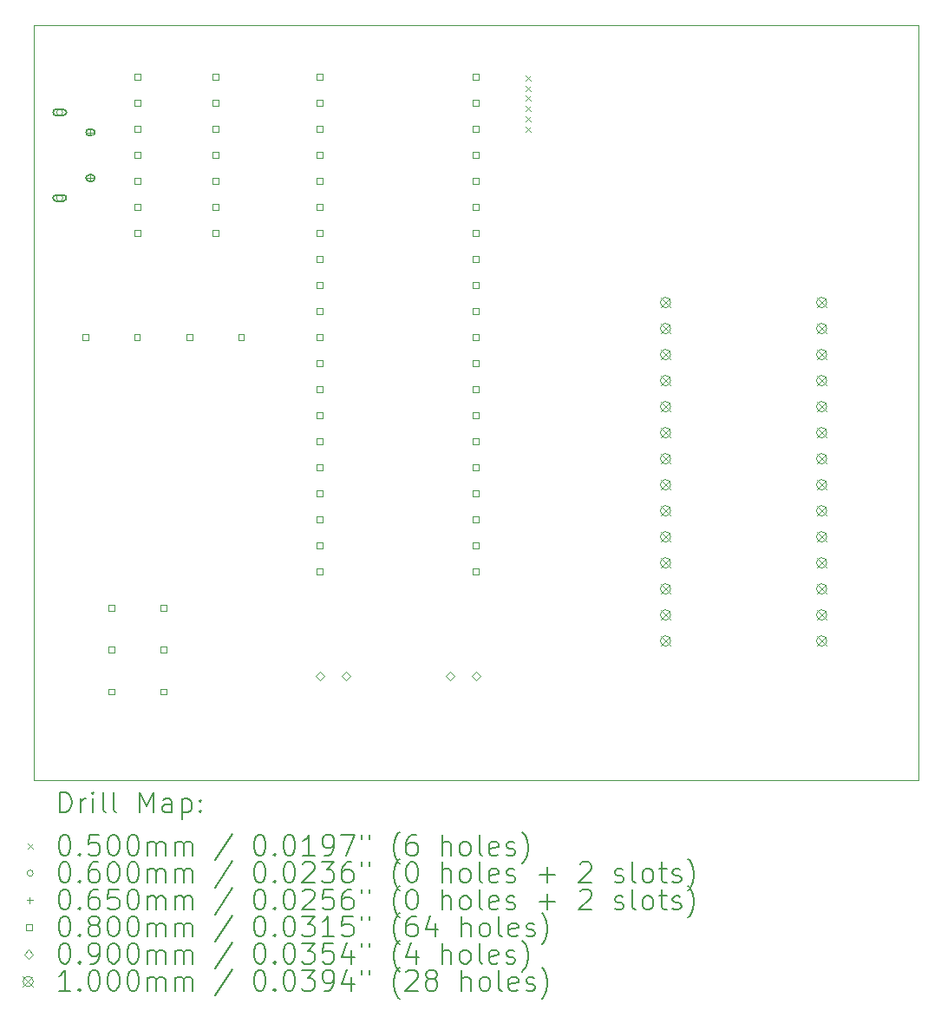
<source format=gbr>
%TF.GenerationSoftware,KiCad,Pcbnew,7.0.5-0*%
%TF.CreationDate,2023-06-15T01:07:35+01:00*%
%TF.ProjectId,EEPROM Programmer,45455052-4f4d-4205-9072-6f6772616d6d,rev?*%
%TF.SameCoordinates,Original*%
%TF.FileFunction,Drillmap*%
%TF.FilePolarity,Positive*%
%FSLAX45Y45*%
G04 Gerber Fmt 4.5, Leading zero omitted, Abs format (unit mm)*
G04 Created by KiCad (PCBNEW 7.0.5-0) date 2023-06-15 01:07:35*
%MOMM*%
%LPD*%
G01*
G04 APERTURE LIST*
%ADD10C,0.100000*%
%ADD11C,0.200000*%
%ADD12C,0.050000*%
%ADD13C,0.060000*%
%ADD14C,0.065000*%
%ADD15C,0.080000*%
%ADD16C,0.090000*%
G04 APERTURE END LIST*
D10*
X9906000Y-8636000D02*
X1270000Y-8636000D01*
X1270000Y-1270000D01*
X9906000Y-1270000D01*
X9906000Y-8636000D01*
D11*
D12*
X6071000Y-1761000D02*
X6121000Y-1811000D01*
X6121000Y-1761000D02*
X6071000Y-1811000D01*
X6071000Y-1861000D02*
X6121000Y-1911000D01*
X6121000Y-1861000D02*
X6071000Y-1911000D01*
X6071000Y-1961000D02*
X6121000Y-2011000D01*
X6121000Y-1961000D02*
X6071000Y-2011000D01*
X6071000Y-2061000D02*
X6121000Y-2111000D01*
X6121000Y-2061000D02*
X6071000Y-2111000D01*
X6071000Y-2161000D02*
X6121000Y-2211000D01*
X6121000Y-2161000D02*
X6071000Y-2211000D01*
X6071000Y-2261000D02*
X6121000Y-2311000D01*
X6121000Y-2261000D02*
X6071000Y-2311000D01*
D13*
X1554000Y-2122500D02*
G75*
G03*
X1554000Y-2122500I-30000J0D01*
G01*
D11*
X1559000Y-2092500D02*
X1489000Y-2092500D01*
X1489000Y-2092500D02*
G75*
G03*
X1489000Y-2152500I0J-30000D01*
G01*
X1489000Y-2152500D02*
X1559000Y-2152500D01*
X1559000Y-2152500D02*
G75*
G03*
X1559000Y-2092500I0J30000D01*
G01*
D13*
X1554000Y-2957500D02*
G75*
G03*
X1554000Y-2957500I-30000J0D01*
G01*
D11*
X1559000Y-2927500D02*
X1489000Y-2927500D01*
X1489000Y-2927500D02*
G75*
G03*
X1489000Y-2987500I0J-30000D01*
G01*
X1489000Y-2987500D02*
X1559000Y-2987500D01*
X1559000Y-2987500D02*
G75*
G03*
X1559000Y-2927500I0J30000D01*
G01*
D14*
X1824000Y-2285000D02*
X1824000Y-2350000D01*
X1791500Y-2317500D02*
X1856500Y-2317500D01*
D11*
X1834000Y-2285000D02*
X1814000Y-2285000D01*
X1814000Y-2285000D02*
G75*
G03*
X1814000Y-2350000I0J-32500D01*
G01*
X1814000Y-2350000D02*
X1834000Y-2350000D01*
X1834000Y-2350000D02*
G75*
G03*
X1834000Y-2285000I0J32500D01*
G01*
D14*
X1824000Y-2730000D02*
X1824000Y-2795000D01*
X1791500Y-2762500D02*
X1856500Y-2762500D01*
D11*
X1834000Y-2730000D02*
X1814000Y-2730000D01*
X1814000Y-2730000D02*
G75*
G03*
X1814000Y-2795000I0J-32500D01*
G01*
X1814000Y-2795000D02*
X1834000Y-2795000D01*
X1834000Y-2795000D02*
G75*
G03*
X1834000Y-2730000I0J32500D01*
G01*
D15*
X1806284Y-4346285D02*
X1806284Y-4289716D01*
X1749715Y-4289716D01*
X1749715Y-4346285D01*
X1806284Y-4346285D01*
X2060284Y-6985284D02*
X2060284Y-6928715D01*
X2003715Y-6928715D01*
X2003715Y-6985284D01*
X2060284Y-6985284D01*
X2060284Y-7394284D02*
X2060284Y-7337715D01*
X2003715Y-7337715D01*
X2003715Y-7394284D01*
X2060284Y-7394284D01*
X2060284Y-7803284D02*
X2060284Y-7746715D01*
X2003715Y-7746715D01*
X2003715Y-7803284D01*
X2060284Y-7803284D01*
X2306285Y-4346285D02*
X2306285Y-4289716D01*
X2249716Y-4289716D01*
X2249716Y-4346285D01*
X2306285Y-4346285D01*
X2314285Y-1806284D02*
X2314285Y-1749715D01*
X2257716Y-1749715D01*
X2257716Y-1806284D01*
X2314285Y-1806284D01*
X2314285Y-2060284D02*
X2314285Y-2003715D01*
X2257716Y-2003715D01*
X2257716Y-2060284D01*
X2314285Y-2060284D01*
X2314285Y-2314285D02*
X2314285Y-2257716D01*
X2257716Y-2257716D01*
X2257716Y-2314285D01*
X2314285Y-2314285D01*
X2314285Y-2568285D02*
X2314285Y-2511716D01*
X2257716Y-2511716D01*
X2257716Y-2568285D01*
X2314285Y-2568285D01*
X2314285Y-2822284D02*
X2314285Y-2765716D01*
X2257716Y-2765716D01*
X2257716Y-2822284D01*
X2314285Y-2822284D01*
X2314285Y-3076284D02*
X2314285Y-3019715D01*
X2257716Y-3019715D01*
X2257716Y-3076284D01*
X2314285Y-3076284D01*
X2314285Y-3330284D02*
X2314285Y-3273715D01*
X2257716Y-3273715D01*
X2257716Y-3330284D01*
X2314285Y-3330284D01*
X2568285Y-6985284D02*
X2568285Y-6928715D01*
X2511716Y-6928715D01*
X2511716Y-6985284D01*
X2568285Y-6985284D01*
X2568285Y-7394284D02*
X2568285Y-7337715D01*
X2511716Y-7337715D01*
X2511716Y-7394284D01*
X2568285Y-7394284D01*
X2568285Y-7803284D02*
X2568285Y-7746715D01*
X2511716Y-7746715D01*
X2511716Y-7803284D01*
X2568285Y-7803284D01*
X2822284Y-4346285D02*
X2822284Y-4289716D01*
X2765716Y-4289716D01*
X2765716Y-4346285D01*
X2822284Y-4346285D01*
X3076284Y-1806284D02*
X3076284Y-1749715D01*
X3019715Y-1749715D01*
X3019715Y-1806284D01*
X3076284Y-1806284D01*
X3076284Y-2060284D02*
X3076284Y-2003715D01*
X3019715Y-2003715D01*
X3019715Y-2060284D01*
X3076284Y-2060284D01*
X3076284Y-2314285D02*
X3076284Y-2257716D01*
X3019715Y-2257716D01*
X3019715Y-2314285D01*
X3076284Y-2314285D01*
X3076284Y-2568285D02*
X3076284Y-2511716D01*
X3019715Y-2511716D01*
X3019715Y-2568285D01*
X3076284Y-2568285D01*
X3076284Y-2822284D02*
X3076284Y-2765716D01*
X3019715Y-2765716D01*
X3019715Y-2822284D01*
X3076284Y-2822284D01*
X3076284Y-3076284D02*
X3076284Y-3019715D01*
X3019715Y-3019715D01*
X3019715Y-3076284D01*
X3076284Y-3076284D01*
X3076284Y-3330284D02*
X3076284Y-3273715D01*
X3019715Y-3273715D01*
X3019715Y-3330284D01*
X3076284Y-3330284D01*
X3322284Y-4346285D02*
X3322284Y-4289716D01*
X3265715Y-4289716D01*
X3265715Y-4346285D01*
X3322284Y-4346285D01*
X4092284Y-1806284D02*
X4092284Y-1749715D01*
X4035715Y-1749715D01*
X4035715Y-1806284D01*
X4092284Y-1806284D01*
X4092284Y-2060284D02*
X4092284Y-2003715D01*
X4035715Y-2003715D01*
X4035715Y-2060284D01*
X4092284Y-2060284D01*
X4092284Y-2314285D02*
X4092284Y-2257716D01*
X4035715Y-2257716D01*
X4035715Y-2314285D01*
X4092284Y-2314285D01*
X4092284Y-2568285D02*
X4092284Y-2511716D01*
X4035715Y-2511716D01*
X4035715Y-2568285D01*
X4092284Y-2568285D01*
X4092284Y-2822284D02*
X4092284Y-2765716D01*
X4035715Y-2765716D01*
X4035715Y-2822284D01*
X4092284Y-2822284D01*
X4092284Y-3076284D02*
X4092284Y-3019715D01*
X4035715Y-3019715D01*
X4035715Y-3076284D01*
X4092284Y-3076284D01*
X4092284Y-3330284D02*
X4092284Y-3273715D01*
X4035715Y-3273715D01*
X4035715Y-3330284D01*
X4092284Y-3330284D01*
X4092284Y-3584284D02*
X4092284Y-3527715D01*
X4035715Y-3527715D01*
X4035715Y-3584284D01*
X4092284Y-3584284D01*
X4092284Y-3838284D02*
X4092284Y-3781715D01*
X4035715Y-3781715D01*
X4035715Y-3838284D01*
X4092284Y-3838284D01*
X4092284Y-4092284D02*
X4092284Y-4035715D01*
X4035715Y-4035715D01*
X4035715Y-4092284D01*
X4092284Y-4092284D01*
X4092284Y-4346285D02*
X4092284Y-4289716D01*
X4035715Y-4289716D01*
X4035715Y-4346285D01*
X4092284Y-4346285D01*
X4092284Y-4600285D02*
X4092284Y-4543716D01*
X4035715Y-4543716D01*
X4035715Y-4600285D01*
X4092284Y-4600285D01*
X4092284Y-4854285D02*
X4092284Y-4797716D01*
X4035715Y-4797716D01*
X4035715Y-4854285D01*
X4092284Y-4854285D01*
X4092284Y-5108285D02*
X4092284Y-5051716D01*
X4035715Y-5051716D01*
X4035715Y-5108285D01*
X4092284Y-5108285D01*
X4092284Y-5362285D02*
X4092284Y-5305716D01*
X4035715Y-5305716D01*
X4035715Y-5362285D01*
X4092284Y-5362285D01*
X4092284Y-5616284D02*
X4092284Y-5559716D01*
X4035715Y-5559716D01*
X4035715Y-5616284D01*
X4092284Y-5616284D01*
X4092284Y-5870284D02*
X4092284Y-5813715D01*
X4035715Y-5813715D01*
X4035715Y-5870284D01*
X4092284Y-5870284D01*
X4092284Y-6124284D02*
X4092284Y-6067715D01*
X4035715Y-6067715D01*
X4035715Y-6124284D01*
X4092284Y-6124284D01*
X4092284Y-6378284D02*
X4092284Y-6321715D01*
X4035715Y-6321715D01*
X4035715Y-6378284D01*
X4092284Y-6378284D01*
X4092284Y-6632284D02*
X4092284Y-6575715D01*
X4035715Y-6575715D01*
X4035715Y-6632284D01*
X4092284Y-6632284D01*
X5616284Y-1806284D02*
X5616284Y-1749715D01*
X5559716Y-1749715D01*
X5559716Y-1806284D01*
X5616284Y-1806284D01*
X5616284Y-2060284D02*
X5616284Y-2003715D01*
X5559716Y-2003715D01*
X5559716Y-2060284D01*
X5616284Y-2060284D01*
X5616284Y-2314285D02*
X5616284Y-2257716D01*
X5559716Y-2257716D01*
X5559716Y-2314285D01*
X5616284Y-2314285D01*
X5616284Y-2568285D02*
X5616284Y-2511716D01*
X5559716Y-2511716D01*
X5559716Y-2568285D01*
X5616284Y-2568285D01*
X5616284Y-2822284D02*
X5616284Y-2765716D01*
X5559716Y-2765716D01*
X5559716Y-2822284D01*
X5616284Y-2822284D01*
X5616284Y-3076284D02*
X5616284Y-3019715D01*
X5559716Y-3019715D01*
X5559716Y-3076284D01*
X5616284Y-3076284D01*
X5616284Y-3330284D02*
X5616284Y-3273715D01*
X5559716Y-3273715D01*
X5559716Y-3330284D01*
X5616284Y-3330284D01*
X5616284Y-3584284D02*
X5616284Y-3527715D01*
X5559716Y-3527715D01*
X5559716Y-3584284D01*
X5616284Y-3584284D01*
X5616284Y-3838284D02*
X5616284Y-3781715D01*
X5559716Y-3781715D01*
X5559716Y-3838284D01*
X5616284Y-3838284D01*
X5616284Y-4092284D02*
X5616284Y-4035715D01*
X5559716Y-4035715D01*
X5559716Y-4092284D01*
X5616284Y-4092284D01*
X5616284Y-4346285D02*
X5616284Y-4289716D01*
X5559716Y-4289716D01*
X5559716Y-4346285D01*
X5616284Y-4346285D01*
X5616284Y-4600285D02*
X5616284Y-4543716D01*
X5559716Y-4543716D01*
X5559716Y-4600285D01*
X5616284Y-4600285D01*
X5616284Y-4854285D02*
X5616284Y-4797716D01*
X5559716Y-4797716D01*
X5559716Y-4854285D01*
X5616284Y-4854285D01*
X5616284Y-5108285D02*
X5616284Y-5051716D01*
X5559716Y-5051716D01*
X5559716Y-5108285D01*
X5616284Y-5108285D01*
X5616284Y-5362285D02*
X5616284Y-5305716D01*
X5559716Y-5305716D01*
X5559716Y-5362285D01*
X5616284Y-5362285D01*
X5616284Y-5616284D02*
X5616284Y-5559716D01*
X5559716Y-5559716D01*
X5559716Y-5616284D01*
X5616284Y-5616284D01*
X5616284Y-5870284D02*
X5616284Y-5813715D01*
X5559716Y-5813715D01*
X5559716Y-5870284D01*
X5616284Y-5870284D01*
X5616284Y-6124284D02*
X5616284Y-6067715D01*
X5559716Y-6067715D01*
X5559716Y-6124284D01*
X5616284Y-6124284D01*
X5616284Y-6378284D02*
X5616284Y-6321715D01*
X5559716Y-6321715D01*
X5559716Y-6378284D01*
X5616284Y-6378284D01*
X5616284Y-6632284D02*
X5616284Y-6575715D01*
X5559716Y-6575715D01*
X5559716Y-6632284D01*
X5616284Y-6632284D01*
D16*
X4064000Y-7665000D02*
X4109000Y-7620000D01*
X4064000Y-7575000D01*
X4019000Y-7620000D01*
X4064000Y-7665000D01*
X4318000Y-7665000D02*
X4363000Y-7620000D01*
X4318000Y-7575000D01*
X4273000Y-7620000D01*
X4318000Y-7665000D01*
X5334000Y-7665000D02*
X5379000Y-7620000D01*
X5334000Y-7575000D01*
X5289000Y-7620000D01*
X5334000Y-7665000D01*
X5588000Y-7665000D02*
X5633000Y-7620000D01*
X5588000Y-7575000D01*
X5543000Y-7620000D01*
X5588000Y-7665000D01*
D10*
X7388750Y-3927000D02*
X7488750Y-4027000D01*
X7488750Y-3927000D02*
X7388750Y-4027000D01*
X7488750Y-3977000D02*
G75*
G03*
X7488750Y-3977000I-50000J0D01*
G01*
X7388750Y-4181000D02*
X7488750Y-4281000D01*
X7488750Y-4181000D02*
X7388750Y-4281000D01*
X7488750Y-4231000D02*
G75*
G03*
X7488750Y-4231000I-50000J0D01*
G01*
X7388750Y-4435000D02*
X7488750Y-4535000D01*
X7488750Y-4435000D02*
X7388750Y-4535000D01*
X7488750Y-4485000D02*
G75*
G03*
X7488750Y-4485000I-50000J0D01*
G01*
X7388750Y-4689000D02*
X7488750Y-4789000D01*
X7488750Y-4689000D02*
X7388750Y-4789000D01*
X7488750Y-4739000D02*
G75*
G03*
X7488750Y-4739000I-50000J0D01*
G01*
X7388750Y-4943000D02*
X7488750Y-5043000D01*
X7488750Y-4943000D02*
X7388750Y-5043000D01*
X7488750Y-4993000D02*
G75*
G03*
X7488750Y-4993000I-50000J0D01*
G01*
X7388750Y-5197000D02*
X7488750Y-5297000D01*
X7488750Y-5197000D02*
X7388750Y-5297000D01*
X7488750Y-5247000D02*
G75*
G03*
X7488750Y-5247000I-50000J0D01*
G01*
X7388750Y-5451000D02*
X7488750Y-5551000D01*
X7488750Y-5451000D02*
X7388750Y-5551000D01*
X7488750Y-5501000D02*
G75*
G03*
X7488750Y-5501000I-50000J0D01*
G01*
X7388750Y-5705000D02*
X7488750Y-5805000D01*
X7488750Y-5705000D02*
X7388750Y-5805000D01*
X7488750Y-5755000D02*
G75*
G03*
X7488750Y-5755000I-50000J0D01*
G01*
X7388750Y-5959000D02*
X7488750Y-6059000D01*
X7488750Y-5959000D02*
X7388750Y-6059000D01*
X7488750Y-6009000D02*
G75*
G03*
X7488750Y-6009000I-50000J0D01*
G01*
X7388750Y-6213000D02*
X7488750Y-6313000D01*
X7488750Y-6213000D02*
X7388750Y-6313000D01*
X7488750Y-6263000D02*
G75*
G03*
X7488750Y-6263000I-50000J0D01*
G01*
X7388750Y-6467000D02*
X7488750Y-6567000D01*
X7488750Y-6467000D02*
X7388750Y-6567000D01*
X7488750Y-6517000D02*
G75*
G03*
X7488750Y-6517000I-50000J0D01*
G01*
X7388750Y-6721000D02*
X7488750Y-6821000D01*
X7488750Y-6721000D02*
X7388750Y-6821000D01*
X7488750Y-6771000D02*
G75*
G03*
X7488750Y-6771000I-50000J0D01*
G01*
X7388750Y-6975000D02*
X7488750Y-7075000D01*
X7488750Y-6975000D02*
X7388750Y-7075000D01*
X7488750Y-7025000D02*
G75*
G03*
X7488750Y-7025000I-50000J0D01*
G01*
X7388750Y-7229000D02*
X7488750Y-7329000D01*
X7488750Y-7229000D02*
X7388750Y-7329000D01*
X7488750Y-7279000D02*
G75*
G03*
X7488750Y-7279000I-50000J0D01*
G01*
X8912750Y-3927000D02*
X9012750Y-4027000D01*
X9012750Y-3927000D02*
X8912750Y-4027000D01*
X9012750Y-3977000D02*
G75*
G03*
X9012750Y-3977000I-50000J0D01*
G01*
X8912750Y-4181000D02*
X9012750Y-4281000D01*
X9012750Y-4181000D02*
X8912750Y-4281000D01*
X9012750Y-4231000D02*
G75*
G03*
X9012750Y-4231000I-50000J0D01*
G01*
X8912750Y-4435000D02*
X9012750Y-4535000D01*
X9012750Y-4435000D02*
X8912750Y-4535000D01*
X9012750Y-4485000D02*
G75*
G03*
X9012750Y-4485000I-50000J0D01*
G01*
X8912750Y-4689000D02*
X9012750Y-4789000D01*
X9012750Y-4689000D02*
X8912750Y-4789000D01*
X9012750Y-4739000D02*
G75*
G03*
X9012750Y-4739000I-50000J0D01*
G01*
X8912750Y-4943000D02*
X9012750Y-5043000D01*
X9012750Y-4943000D02*
X8912750Y-5043000D01*
X9012750Y-4993000D02*
G75*
G03*
X9012750Y-4993000I-50000J0D01*
G01*
X8912750Y-5197000D02*
X9012750Y-5297000D01*
X9012750Y-5197000D02*
X8912750Y-5297000D01*
X9012750Y-5247000D02*
G75*
G03*
X9012750Y-5247000I-50000J0D01*
G01*
X8912750Y-5451000D02*
X9012750Y-5551000D01*
X9012750Y-5451000D02*
X8912750Y-5551000D01*
X9012750Y-5501000D02*
G75*
G03*
X9012750Y-5501000I-50000J0D01*
G01*
X8912750Y-5705000D02*
X9012750Y-5805000D01*
X9012750Y-5705000D02*
X8912750Y-5805000D01*
X9012750Y-5755000D02*
G75*
G03*
X9012750Y-5755000I-50000J0D01*
G01*
X8912750Y-5959000D02*
X9012750Y-6059000D01*
X9012750Y-5959000D02*
X8912750Y-6059000D01*
X9012750Y-6009000D02*
G75*
G03*
X9012750Y-6009000I-50000J0D01*
G01*
X8912750Y-6213000D02*
X9012750Y-6313000D01*
X9012750Y-6213000D02*
X8912750Y-6313000D01*
X9012750Y-6263000D02*
G75*
G03*
X9012750Y-6263000I-50000J0D01*
G01*
X8912750Y-6467000D02*
X9012750Y-6567000D01*
X9012750Y-6467000D02*
X8912750Y-6567000D01*
X9012750Y-6517000D02*
G75*
G03*
X9012750Y-6517000I-50000J0D01*
G01*
X8912750Y-6721000D02*
X9012750Y-6821000D01*
X9012750Y-6721000D02*
X8912750Y-6821000D01*
X9012750Y-6771000D02*
G75*
G03*
X9012750Y-6771000I-50000J0D01*
G01*
X8912750Y-6975000D02*
X9012750Y-7075000D01*
X9012750Y-6975000D02*
X8912750Y-7075000D01*
X9012750Y-7025000D02*
G75*
G03*
X9012750Y-7025000I-50000J0D01*
G01*
X8912750Y-7229000D02*
X9012750Y-7329000D01*
X9012750Y-7229000D02*
X8912750Y-7329000D01*
X9012750Y-7279000D02*
G75*
G03*
X9012750Y-7279000I-50000J0D01*
G01*
D11*
X1525777Y-8952484D02*
X1525777Y-8752484D01*
X1525777Y-8752484D02*
X1573396Y-8752484D01*
X1573396Y-8752484D02*
X1601967Y-8762008D01*
X1601967Y-8762008D02*
X1621015Y-8781055D01*
X1621015Y-8781055D02*
X1630539Y-8800103D01*
X1630539Y-8800103D02*
X1640062Y-8838198D01*
X1640062Y-8838198D02*
X1640062Y-8866770D01*
X1640062Y-8866770D02*
X1630539Y-8904865D01*
X1630539Y-8904865D02*
X1621015Y-8923912D01*
X1621015Y-8923912D02*
X1601967Y-8942960D01*
X1601967Y-8942960D02*
X1573396Y-8952484D01*
X1573396Y-8952484D02*
X1525777Y-8952484D01*
X1725777Y-8952484D02*
X1725777Y-8819150D01*
X1725777Y-8857246D02*
X1735301Y-8838198D01*
X1735301Y-8838198D02*
X1744824Y-8828674D01*
X1744824Y-8828674D02*
X1763872Y-8819150D01*
X1763872Y-8819150D02*
X1782920Y-8819150D01*
X1849586Y-8952484D02*
X1849586Y-8819150D01*
X1849586Y-8752484D02*
X1840062Y-8762008D01*
X1840062Y-8762008D02*
X1849586Y-8771531D01*
X1849586Y-8771531D02*
X1859110Y-8762008D01*
X1859110Y-8762008D02*
X1849586Y-8752484D01*
X1849586Y-8752484D02*
X1849586Y-8771531D01*
X1973396Y-8952484D02*
X1954348Y-8942960D01*
X1954348Y-8942960D02*
X1944824Y-8923912D01*
X1944824Y-8923912D02*
X1944824Y-8752484D01*
X2078158Y-8952484D02*
X2059110Y-8942960D01*
X2059110Y-8942960D02*
X2049586Y-8923912D01*
X2049586Y-8923912D02*
X2049586Y-8752484D01*
X2306729Y-8952484D02*
X2306729Y-8752484D01*
X2306729Y-8752484D02*
X2373396Y-8895341D01*
X2373396Y-8895341D02*
X2440063Y-8752484D01*
X2440063Y-8752484D02*
X2440063Y-8952484D01*
X2621015Y-8952484D02*
X2621015Y-8847722D01*
X2621015Y-8847722D02*
X2611491Y-8828674D01*
X2611491Y-8828674D02*
X2592444Y-8819150D01*
X2592444Y-8819150D02*
X2554348Y-8819150D01*
X2554348Y-8819150D02*
X2535301Y-8828674D01*
X2621015Y-8942960D02*
X2601967Y-8952484D01*
X2601967Y-8952484D02*
X2554348Y-8952484D01*
X2554348Y-8952484D02*
X2535301Y-8942960D01*
X2535301Y-8942960D02*
X2525777Y-8923912D01*
X2525777Y-8923912D02*
X2525777Y-8904865D01*
X2525777Y-8904865D02*
X2535301Y-8885817D01*
X2535301Y-8885817D02*
X2554348Y-8876293D01*
X2554348Y-8876293D02*
X2601967Y-8876293D01*
X2601967Y-8876293D02*
X2621015Y-8866770D01*
X2716253Y-8819150D02*
X2716253Y-9019150D01*
X2716253Y-8828674D02*
X2735301Y-8819150D01*
X2735301Y-8819150D02*
X2773396Y-8819150D01*
X2773396Y-8819150D02*
X2792444Y-8828674D01*
X2792444Y-8828674D02*
X2801967Y-8838198D01*
X2801967Y-8838198D02*
X2811491Y-8857246D01*
X2811491Y-8857246D02*
X2811491Y-8914389D01*
X2811491Y-8914389D02*
X2801967Y-8933436D01*
X2801967Y-8933436D02*
X2792444Y-8942960D01*
X2792444Y-8942960D02*
X2773396Y-8952484D01*
X2773396Y-8952484D02*
X2735301Y-8952484D01*
X2735301Y-8952484D02*
X2716253Y-8942960D01*
X2897205Y-8933436D02*
X2906729Y-8942960D01*
X2906729Y-8942960D02*
X2897205Y-8952484D01*
X2897205Y-8952484D02*
X2887682Y-8942960D01*
X2887682Y-8942960D02*
X2897205Y-8933436D01*
X2897205Y-8933436D02*
X2897205Y-8952484D01*
X2897205Y-8828674D02*
X2906729Y-8838198D01*
X2906729Y-8838198D02*
X2897205Y-8847722D01*
X2897205Y-8847722D02*
X2887682Y-8838198D01*
X2887682Y-8838198D02*
X2897205Y-8828674D01*
X2897205Y-8828674D02*
X2897205Y-8847722D01*
D12*
X1215000Y-9256000D02*
X1265000Y-9306000D01*
X1265000Y-9256000D02*
X1215000Y-9306000D01*
D11*
X1563872Y-9172484D02*
X1582920Y-9172484D01*
X1582920Y-9172484D02*
X1601967Y-9182008D01*
X1601967Y-9182008D02*
X1611491Y-9191531D01*
X1611491Y-9191531D02*
X1621015Y-9210579D01*
X1621015Y-9210579D02*
X1630539Y-9248674D01*
X1630539Y-9248674D02*
X1630539Y-9296293D01*
X1630539Y-9296293D02*
X1621015Y-9334389D01*
X1621015Y-9334389D02*
X1611491Y-9353436D01*
X1611491Y-9353436D02*
X1601967Y-9362960D01*
X1601967Y-9362960D02*
X1582920Y-9372484D01*
X1582920Y-9372484D02*
X1563872Y-9372484D01*
X1563872Y-9372484D02*
X1544824Y-9362960D01*
X1544824Y-9362960D02*
X1535301Y-9353436D01*
X1535301Y-9353436D02*
X1525777Y-9334389D01*
X1525777Y-9334389D02*
X1516253Y-9296293D01*
X1516253Y-9296293D02*
X1516253Y-9248674D01*
X1516253Y-9248674D02*
X1525777Y-9210579D01*
X1525777Y-9210579D02*
X1535301Y-9191531D01*
X1535301Y-9191531D02*
X1544824Y-9182008D01*
X1544824Y-9182008D02*
X1563872Y-9172484D01*
X1716253Y-9353436D02*
X1725777Y-9362960D01*
X1725777Y-9362960D02*
X1716253Y-9372484D01*
X1716253Y-9372484D02*
X1706729Y-9362960D01*
X1706729Y-9362960D02*
X1716253Y-9353436D01*
X1716253Y-9353436D02*
X1716253Y-9372484D01*
X1906729Y-9172484D02*
X1811491Y-9172484D01*
X1811491Y-9172484D02*
X1801967Y-9267722D01*
X1801967Y-9267722D02*
X1811491Y-9258198D01*
X1811491Y-9258198D02*
X1830539Y-9248674D01*
X1830539Y-9248674D02*
X1878158Y-9248674D01*
X1878158Y-9248674D02*
X1897205Y-9258198D01*
X1897205Y-9258198D02*
X1906729Y-9267722D01*
X1906729Y-9267722D02*
X1916253Y-9286770D01*
X1916253Y-9286770D02*
X1916253Y-9334389D01*
X1916253Y-9334389D02*
X1906729Y-9353436D01*
X1906729Y-9353436D02*
X1897205Y-9362960D01*
X1897205Y-9362960D02*
X1878158Y-9372484D01*
X1878158Y-9372484D02*
X1830539Y-9372484D01*
X1830539Y-9372484D02*
X1811491Y-9362960D01*
X1811491Y-9362960D02*
X1801967Y-9353436D01*
X2040062Y-9172484D02*
X2059110Y-9172484D01*
X2059110Y-9172484D02*
X2078158Y-9182008D01*
X2078158Y-9182008D02*
X2087682Y-9191531D01*
X2087682Y-9191531D02*
X2097205Y-9210579D01*
X2097205Y-9210579D02*
X2106729Y-9248674D01*
X2106729Y-9248674D02*
X2106729Y-9296293D01*
X2106729Y-9296293D02*
X2097205Y-9334389D01*
X2097205Y-9334389D02*
X2087682Y-9353436D01*
X2087682Y-9353436D02*
X2078158Y-9362960D01*
X2078158Y-9362960D02*
X2059110Y-9372484D01*
X2059110Y-9372484D02*
X2040062Y-9372484D01*
X2040062Y-9372484D02*
X2021015Y-9362960D01*
X2021015Y-9362960D02*
X2011491Y-9353436D01*
X2011491Y-9353436D02*
X2001967Y-9334389D01*
X2001967Y-9334389D02*
X1992443Y-9296293D01*
X1992443Y-9296293D02*
X1992443Y-9248674D01*
X1992443Y-9248674D02*
X2001967Y-9210579D01*
X2001967Y-9210579D02*
X2011491Y-9191531D01*
X2011491Y-9191531D02*
X2021015Y-9182008D01*
X2021015Y-9182008D02*
X2040062Y-9172484D01*
X2230539Y-9172484D02*
X2249586Y-9172484D01*
X2249586Y-9172484D02*
X2268634Y-9182008D01*
X2268634Y-9182008D02*
X2278158Y-9191531D01*
X2278158Y-9191531D02*
X2287682Y-9210579D01*
X2287682Y-9210579D02*
X2297205Y-9248674D01*
X2297205Y-9248674D02*
X2297205Y-9296293D01*
X2297205Y-9296293D02*
X2287682Y-9334389D01*
X2287682Y-9334389D02*
X2278158Y-9353436D01*
X2278158Y-9353436D02*
X2268634Y-9362960D01*
X2268634Y-9362960D02*
X2249586Y-9372484D01*
X2249586Y-9372484D02*
X2230539Y-9372484D01*
X2230539Y-9372484D02*
X2211491Y-9362960D01*
X2211491Y-9362960D02*
X2201967Y-9353436D01*
X2201967Y-9353436D02*
X2192444Y-9334389D01*
X2192444Y-9334389D02*
X2182920Y-9296293D01*
X2182920Y-9296293D02*
X2182920Y-9248674D01*
X2182920Y-9248674D02*
X2192444Y-9210579D01*
X2192444Y-9210579D02*
X2201967Y-9191531D01*
X2201967Y-9191531D02*
X2211491Y-9182008D01*
X2211491Y-9182008D02*
X2230539Y-9172484D01*
X2382920Y-9372484D02*
X2382920Y-9239150D01*
X2382920Y-9258198D02*
X2392444Y-9248674D01*
X2392444Y-9248674D02*
X2411491Y-9239150D01*
X2411491Y-9239150D02*
X2440063Y-9239150D01*
X2440063Y-9239150D02*
X2459110Y-9248674D01*
X2459110Y-9248674D02*
X2468634Y-9267722D01*
X2468634Y-9267722D02*
X2468634Y-9372484D01*
X2468634Y-9267722D02*
X2478158Y-9248674D01*
X2478158Y-9248674D02*
X2497205Y-9239150D01*
X2497205Y-9239150D02*
X2525777Y-9239150D01*
X2525777Y-9239150D02*
X2544825Y-9248674D01*
X2544825Y-9248674D02*
X2554348Y-9267722D01*
X2554348Y-9267722D02*
X2554348Y-9372484D01*
X2649586Y-9372484D02*
X2649586Y-9239150D01*
X2649586Y-9258198D02*
X2659110Y-9248674D01*
X2659110Y-9248674D02*
X2678158Y-9239150D01*
X2678158Y-9239150D02*
X2706729Y-9239150D01*
X2706729Y-9239150D02*
X2725777Y-9248674D01*
X2725777Y-9248674D02*
X2735301Y-9267722D01*
X2735301Y-9267722D02*
X2735301Y-9372484D01*
X2735301Y-9267722D02*
X2744825Y-9248674D01*
X2744825Y-9248674D02*
X2763872Y-9239150D01*
X2763872Y-9239150D02*
X2792444Y-9239150D01*
X2792444Y-9239150D02*
X2811491Y-9248674D01*
X2811491Y-9248674D02*
X2821015Y-9267722D01*
X2821015Y-9267722D02*
X2821015Y-9372484D01*
X3211491Y-9162960D02*
X3040063Y-9420103D01*
X3468634Y-9172484D02*
X3487682Y-9172484D01*
X3487682Y-9172484D02*
X3506729Y-9182008D01*
X3506729Y-9182008D02*
X3516253Y-9191531D01*
X3516253Y-9191531D02*
X3525777Y-9210579D01*
X3525777Y-9210579D02*
X3535301Y-9248674D01*
X3535301Y-9248674D02*
X3535301Y-9296293D01*
X3535301Y-9296293D02*
X3525777Y-9334389D01*
X3525777Y-9334389D02*
X3516253Y-9353436D01*
X3516253Y-9353436D02*
X3506729Y-9362960D01*
X3506729Y-9362960D02*
X3487682Y-9372484D01*
X3487682Y-9372484D02*
X3468634Y-9372484D01*
X3468634Y-9372484D02*
X3449586Y-9362960D01*
X3449586Y-9362960D02*
X3440063Y-9353436D01*
X3440063Y-9353436D02*
X3430539Y-9334389D01*
X3430539Y-9334389D02*
X3421015Y-9296293D01*
X3421015Y-9296293D02*
X3421015Y-9248674D01*
X3421015Y-9248674D02*
X3430539Y-9210579D01*
X3430539Y-9210579D02*
X3440063Y-9191531D01*
X3440063Y-9191531D02*
X3449586Y-9182008D01*
X3449586Y-9182008D02*
X3468634Y-9172484D01*
X3621015Y-9353436D02*
X3630539Y-9362960D01*
X3630539Y-9362960D02*
X3621015Y-9372484D01*
X3621015Y-9372484D02*
X3611491Y-9362960D01*
X3611491Y-9362960D02*
X3621015Y-9353436D01*
X3621015Y-9353436D02*
X3621015Y-9372484D01*
X3754348Y-9172484D02*
X3773396Y-9172484D01*
X3773396Y-9172484D02*
X3792444Y-9182008D01*
X3792444Y-9182008D02*
X3801967Y-9191531D01*
X3801967Y-9191531D02*
X3811491Y-9210579D01*
X3811491Y-9210579D02*
X3821015Y-9248674D01*
X3821015Y-9248674D02*
X3821015Y-9296293D01*
X3821015Y-9296293D02*
X3811491Y-9334389D01*
X3811491Y-9334389D02*
X3801967Y-9353436D01*
X3801967Y-9353436D02*
X3792444Y-9362960D01*
X3792444Y-9362960D02*
X3773396Y-9372484D01*
X3773396Y-9372484D02*
X3754348Y-9372484D01*
X3754348Y-9372484D02*
X3735301Y-9362960D01*
X3735301Y-9362960D02*
X3725777Y-9353436D01*
X3725777Y-9353436D02*
X3716253Y-9334389D01*
X3716253Y-9334389D02*
X3706729Y-9296293D01*
X3706729Y-9296293D02*
X3706729Y-9248674D01*
X3706729Y-9248674D02*
X3716253Y-9210579D01*
X3716253Y-9210579D02*
X3725777Y-9191531D01*
X3725777Y-9191531D02*
X3735301Y-9182008D01*
X3735301Y-9182008D02*
X3754348Y-9172484D01*
X4011491Y-9372484D02*
X3897206Y-9372484D01*
X3954348Y-9372484D02*
X3954348Y-9172484D01*
X3954348Y-9172484D02*
X3935301Y-9201055D01*
X3935301Y-9201055D02*
X3916253Y-9220103D01*
X3916253Y-9220103D02*
X3897206Y-9229627D01*
X4106729Y-9372484D02*
X4144825Y-9372484D01*
X4144825Y-9372484D02*
X4163872Y-9362960D01*
X4163872Y-9362960D02*
X4173396Y-9353436D01*
X4173396Y-9353436D02*
X4192444Y-9324865D01*
X4192444Y-9324865D02*
X4201968Y-9286770D01*
X4201968Y-9286770D02*
X4201968Y-9210579D01*
X4201968Y-9210579D02*
X4192444Y-9191531D01*
X4192444Y-9191531D02*
X4182920Y-9182008D01*
X4182920Y-9182008D02*
X4163872Y-9172484D01*
X4163872Y-9172484D02*
X4125777Y-9172484D01*
X4125777Y-9172484D02*
X4106729Y-9182008D01*
X4106729Y-9182008D02*
X4097206Y-9191531D01*
X4097206Y-9191531D02*
X4087682Y-9210579D01*
X4087682Y-9210579D02*
X4087682Y-9258198D01*
X4087682Y-9258198D02*
X4097206Y-9277246D01*
X4097206Y-9277246D02*
X4106729Y-9286770D01*
X4106729Y-9286770D02*
X4125777Y-9296293D01*
X4125777Y-9296293D02*
X4163872Y-9296293D01*
X4163872Y-9296293D02*
X4182920Y-9286770D01*
X4182920Y-9286770D02*
X4192444Y-9277246D01*
X4192444Y-9277246D02*
X4201968Y-9258198D01*
X4268634Y-9172484D02*
X4401968Y-9172484D01*
X4401968Y-9172484D02*
X4316253Y-9372484D01*
X4468634Y-9172484D02*
X4468634Y-9210579D01*
X4544825Y-9172484D02*
X4544825Y-9210579D01*
X4840063Y-9448674D02*
X4830539Y-9439150D01*
X4830539Y-9439150D02*
X4811491Y-9410579D01*
X4811491Y-9410579D02*
X4801968Y-9391531D01*
X4801968Y-9391531D02*
X4792444Y-9362960D01*
X4792444Y-9362960D02*
X4782920Y-9315341D01*
X4782920Y-9315341D02*
X4782920Y-9277246D01*
X4782920Y-9277246D02*
X4792444Y-9229627D01*
X4792444Y-9229627D02*
X4801968Y-9201055D01*
X4801968Y-9201055D02*
X4811491Y-9182008D01*
X4811491Y-9182008D02*
X4830539Y-9153436D01*
X4830539Y-9153436D02*
X4840063Y-9143912D01*
X5001968Y-9172484D02*
X4963872Y-9172484D01*
X4963872Y-9172484D02*
X4944825Y-9182008D01*
X4944825Y-9182008D02*
X4935301Y-9191531D01*
X4935301Y-9191531D02*
X4916253Y-9220103D01*
X4916253Y-9220103D02*
X4906730Y-9258198D01*
X4906730Y-9258198D02*
X4906730Y-9334389D01*
X4906730Y-9334389D02*
X4916253Y-9353436D01*
X4916253Y-9353436D02*
X4925777Y-9362960D01*
X4925777Y-9362960D02*
X4944825Y-9372484D01*
X4944825Y-9372484D02*
X4982920Y-9372484D01*
X4982920Y-9372484D02*
X5001968Y-9362960D01*
X5001968Y-9362960D02*
X5011491Y-9353436D01*
X5011491Y-9353436D02*
X5021015Y-9334389D01*
X5021015Y-9334389D02*
X5021015Y-9286770D01*
X5021015Y-9286770D02*
X5011491Y-9267722D01*
X5011491Y-9267722D02*
X5001968Y-9258198D01*
X5001968Y-9258198D02*
X4982920Y-9248674D01*
X4982920Y-9248674D02*
X4944825Y-9248674D01*
X4944825Y-9248674D02*
X4925777Y-9258198D01*
X4925777Y-9258198D02*
X4916253Y-9267722D01*
X4916253Y-9267722D02*
X4906730Y-9286770D01*
X5259111Y-9372484D02*
X5259111Y-9172484D01*
X5344825Y-9372484D02*
X5344825Y-9267722D01*
X5344825Y-9267722D02*
X5335301Y-9248674D01*
X5335301Y-9248674D02*
X5316253Y-9239150D01*
X5316253Y-9239150D02*
X5287682Y-9239150D01*
X5287682Y-9239150D02*
X5268634Y-9248674D01*
X5268634Y-9248674D02*
X5259111Y-9258198D01*
X5468634Y-9372484D02*
X5449587Y-9362960D01*
X5449587Y-9362960D02*
X5440063Y-9353436D01*
X5440063Y-9353436D02*
X5430539Y-9334389D01*
X5430539Y-9334389D02*
X5430539Y-9277246D01*
X5430539Y-9277246D02*
X5440063Y-9258198D01*
X5440063Y-9258198D02*
X5449587Y-9248674D01*
X5449587Y-9248674D02*
X5468634Y-9239150D01*
X5468634Y-9239150D02*
X5497206Y-9239150D01*
X5497206Y-9239150D02*
X5516253Y-9248674D01*
X5516253Y-9248674D02*
X5525777Y-9258198D01*
X5525777Y-9258198D02*
X5535301Y-9277246D01*
X5535301Y-9277246D02*
X5535301Y-9334389D01*
X5535301Y-9334389D02*
X5525777Y-9353436D01*
X5525777Y-9353436D02*
X5516253Y-9362960D01*
X5516253Y-9362960D02*
X5497206Y-9372484D01*
X5497206Y-9372484D02*
X5468634Y-9372484D01*
X5649587Y-9372484D02*
X5630539Y-9362960D01*
X5630539Y-9362960D02*
X5621015Y-9343912D01*
X5621015Y-9343912D02*
X5621015Y-9172484D01*
X5801968Y-9362960D02*
X5782920Y-9372484D01*
X5782920Y-9372484D02*
X5744825Y-9372484D01*
X5744825Y-9372484D02*
X5725777Y-9362960D01*
X5725777Y-9362960D02*
X5716253Y-9343912D01*
X5716253Y-9343912D02*
X5716253Y-9267722D01*
X5716253Y-9267722D02*
X5725777Y-9248674D01*
X5725777Y-9248674D02*
X5744825Y-9239150D01*
X5744825Y-9239150D02*
X5782920Y-9239150D01*
X5782920Y-9239150D02*
X5801968Y-9248674D01*
X5801968Y-9248674D02*
X5811491Y-9267722D01*
X5811491Y-9267722D02*
X5811491Y-9286770D01*
X5811491Y-9286770D02*
X5716253Y-9305817D01*
X5887682Y-9362960D02*
X5906730Y-9372484D01*
X5906730Y-9372484D02*
X5944825Y-9372484D01*
X5944825Y-9372484D02*
X5963872Y-9362960D01*
X5963872Y-9362960D02*
X5973396Y-9343912D01*
X5973396Y-9343912D02*
X5973396Y-9334389D01*
X5973396Y-9334389D02*
X5963872Y-9315341D01*
X5963872Y-9315341D02*
X5944825Y-9305817D01*
X5944825Y-9305817D02*
X5916253Y-9305817D01*
X5916253Y-9305817D02*
X5897206Y-9296293D01*
X5897206Y-9296293D02*
X5887682Y-9277246D01*
X5887682Y-9277246D02*
X5887682Y-9267722D01*
X5887682Y-9267722D02*
X5897206Y-9248674D01*
X5897206Y-9248674D02*
X5916253Y-9239150D01*
X5916253Y-9239150D02*
X5944825Y-9239150D01*
X5944825Y-9239150D02*
X5963872Y-9248674D01*
X6040063Y-9448674D02*
X6049587Y-9439150D01*
X6049587Y-9439150D02*
X6068634Y-9410579D01*
X6068634Y-9410579D02*
X6078158Y-9391531D01*
X6078158Y-9391531D02*
X6087682Y-9362960D01*
X6087682Y-9362960D02*
X6097206Y-9315341D01*
X6097206Y-9315341D02*
X6097206Y-9277246D01*
X6097206Y-9277246D02*
X6087682Y-9229627D01*
X6087682Y-9229627D02*
X6078158Y-9201055D01*
X6078158Y-9201055D02*
X6068634Y-9182008D01*
X6068634Y-9182008D02*
X6049587Y-9153436D01*
X6049587Y-9153436D02*
X6040063Y-9143912D01*
D13*
X1265000Y-9545000D02*
G75*
G03*
X1265000Y-9545000I-30000J0D01*
G01*
D11*
X1563872Y-9436484D02*
X1582920Y-9436484D01*
X1582920Y-9436484D02*
X1601967Y-9446008D01*
X1601967Y-9446008D02*
X1611491Y-9455531D01*
X1611491Y-9455531D02*
X1621015Y-9474579D01*
X1621015Y-9474579D02*
X1630539Y-9512674D01*
X1630539Y-9512674D02*
X1630539Y-9560293D01*
X1630539Y-9560293D02*
X1621015Y-9598389D01*
X1621015Y-9598389D02*
X1611491Y-9617436D01*
X1611491Y-9617436D02*
X1601967Y-9626960D01*
X1601967Y-9626960D02*
X1582920Y-9636484D01*
X1582920Y-9636484D02*
X1563872Y-9636484D01*
X1563872Y-9636484D02*
X1544824Y-9626960D01*
X1544824Y-9626960D02*
X1535301Y-9617436D01*
X1535301Y-9617436D02*
X1525777Y-9598389D01*
X1525777Y-9598389D02*
X1516253Y-9560293D01*
X1516253Y-9560293D02*
X1516253Y-9512674D01*
X1516253Y-9512674D02*
X1525777Y-9474579D01*
X1525777Y-9474579D02*
X1535301Y-9455531D01*
X1535301Y-9455531D02*
X1544824Y-9446008D01*
X1544824Y-9446008D02*
X1563872Y-9436484D01*
X1716253Y-9617436D02*
X1725777Y-9626960D01*
X1725777Y-9626960D02*
X1716253Y-9636484D01*
X1716253Y-9636484D02*
X1706729Y-9626960D01*
X1706729Y-9626960D02*
X1716253Y-9617436D01*
X1716253Y-9617436D02*
X1716253Y-9636484D01*
X1897205Y-9436484D02*
X1859110Y-9436484D01*
X1859110Y-9436484D02*
X1840062Y-9446008D01*
X1840062Y-9446008D02*
X1830539Y-9455531D01*
X1830539Y-9455531D02*
X1811491Y-9484103D01*
X1811491Y-9484103D02*
X1801967Y-9522198D01*
X1801967Y-9522198D02*
X1801967Y-9598389D01*
X1801967Y-9598389D02*
X1811491Y-9617436D01*
X1811491Y-9617436D02*
X1821015Y-9626960D01*
X1821015Y-9626960D02*
X1840062Y-9636484D01*
X1840062Y-9636484D02*
X1878158Y-9636484D01*
X1878158Y-9636484D02*
X1897205Y-9626960D01*
X1897205Y-9626960D02*
X1906729Y-9617436D01*
X1906729Y-9617436D02*
X1916253Y-9598389D01*
X1916253Y-9598389D02*
X1916253Y-9550770D01*
X1916253Y-9550770D02*
X1906729Y-9531722D01*
X1906729Y-9531722D02*
X1897205Y-9522198D01*
X1897205Y-9522198D02*
X1878158Y-9512674D01*
X1878158Y-9512674D02*
X1840062Y-9512674D01*
X1840062Y-9512674D02*
X1821015Y-9522198D01*
X1821015Y-9522198D02*
X1811491Y-9531722D01*
X1811491Y-9531722D02*
X1801967Y-9550770D01*
X2040062Y-9436484D02*
X2059110Y-9436484D01*
X2059110Y-9436484D02*
X2078158Y-9446008D01*
X2078158Y-9446008D02*
X2087682Y-9455531D01*
X2087682Y-9455531D02*
X2097205Y-9474579D01*
X2097205Y-9474579D02*
X2106729Y-9512674D01*
X2106729Y-9512674D02*
X2106729Y-9560293D01*
X2106729Y-9560293D02*
X2097205Y-9598389D01*
X2097205Y-9598389D02*
X2087682Y-9617436D01*
X2087682Y-9617436D02*
X2078158Y-9626960D01*
X2078158Y-9626960D02*
X2059110Y-9636484D01*
X2059110Y-9636484D02*
X2040062Y-9636484D01*
X2040062Y-9636484D02*
X2021015Y-9626960D01*
X2021015Y-9626960D02*
X2011491Y-9617436D01*
X2011491Y-9617436D02*
X2001967Y-9598389D01*
X2001967Y-9598389D02*
X1992443Y-9560293D01*
X1992443Y-9560293D02*
X1992443Y-9512674D01*
X1992443Y-9512674D02*
X2001967Y-9474579D01*
X2001967Y-9474579D02*
X2011491Y-9455531D01*
X2011491Y-9455531D02*
X2021015Y-9446008D01*
X2021015Y-9446008D02*
X2040062Y-9436484D01*
X2230539Y-9436484D02*
X2249586Y-9436484D01*
X2249586Y-9436484D02*
X2268634Y-9446008D01*
X2268634Y-9446008D02*
X2278158Y-9455531D01*
X2278158Y-9455531D02*
X2287682Y-9474579D01*
X2287682Y-9474579D02*
X2297205Y-9512674D01*
X2297205Y-9512674D02*
X2297205Y-9560293D01*
X2297205Y-9560293D02*
X2287682Y-9598389D01*
X2287682Y-9598389D02*
X2278158Y-9617436D01*
X2278158Y-9617436D02*
X2268634Y-9626960D01*
X2268634Y-9626960D02*
X2249586Y-9636484D01*
X2249586Y-9636484D02*
X2230539Y-9636484D01*
X2230539Y-9636484D02*
X2211491Y-9626960D01*
X2211491Y-9626960D02*
X2201967Y-9617436D01*
X2201967Y-9617436D02*
X2192444Y-9598389D01*
X2192444Y-9598389D02*
X2182920Y-9560293D01*
X2182920Y-9560293D02*
X2182920Y-9512674D01*
X2182920Y-9512674D02*
X2192444Y-9474579D01*
X2192444Y-9474579D02*
X2201967Y-9455531D01*
X2201967Y-9455531D02*
X2211491Y-9446008D01*
X2211491Y-9446008D02*
X2230539Y-9436484D01*
X2382920Y-9636484D02*
X2382920Y-9503150D01*
X2382920Y-9522198D02*
X2392444Y-9512674D01*
X2392444Y-9512674D02*
X2411491Y-9503150D01*
X2411491Y-9503150D02*
X2440063Y-9503150D01*
X2440063Y-9503150D02*
X2459110Y-9512674D01*
X2459110Y-9512674D02*
X2468634Y-9531722D01*
X2468634Y-9531722D02*
X2468634Y-9636484D01*
X2468634Y-9531722D02*
X2478158Y-9512674D01*
X2478158Y-9512674D02*
X2497205Y-9503150D01*
X2497205Y-9503150D02*
X2525777Y-9503150D01*
X2525777Y-9503150D02*
X2544825Y-9512674D01*
X2544825Y-9512674D02*
X2554348Y-9531722D01*
X2554348Y-9531722D02*
X2554348Y-9636484D01*
X2649586Y-9636484D02*
X2649586Y-9503150D01*
X2649586Y-9522198D02*
X2659110Y-9512674D01*
X2659110Y-9512674D02*
X2678158Y-9503150D01*
X2678158Y-9503150D02*
X2706729Y-9503150D01*
X2706729Y-9503150D02*
X2725777Y-9512674D01*
X2725777Y-9512674D02*
X2735301Y-9531722D01*
X2735301Y-9531722D02*
X2735301Y-9636484D01*
X2735301Y-9531722D02*
X2744825Y-9512674D01*
X2744825Y-9512674D02*
X2763872Y-9503150D01*
X2763872Y-9503150D02*
X2792444Y-9503150D01*
X2792444Y-9503150D02*
X2811491Y-9512674D01*
X2811491Y-9512674D02*
X2821015Y-9531722D01*
X2821015Y-9531722D02*
X2821015Y-9636484D01*
X3211491Y-9426960D02*
X3040063Y-9684103D01*
X3468634Y-9436484D02*
X3487682Y-9436484D01*
X3487682Y-9436484D02*
X3506729Y-9446008D01*
X3506729Y-9446008D02*
X3516253Y-9455531D01*
X3516253Y-9455531D02*
X3525777Y-9474579D01*
X3525777Y-9474579D02*
X3535301Y-9512674D01*
X3535301Y-9512674D02*
X3535301Y-9560293D01*
X3535301Y-9560293D02*
X3525777Y-9598389D01*
X3525777Y-9598389D02*
X3516253Y-9617436D01*
X3516253Y-9617436D02*
X3506729Y-9626960D01*
X3506729Y-9626960D02*
X3487682Y-9636484D01*
X3487682Y-9636484D02*
X3468634Y-9636484D01*
X3468634Y-9636484D02*
X3449586Y-9626960D01*
X3449586Y-9626960D02*
X3440063Y-9617436D01*
X3440063Y-9617436D02*
X3430539Y-9598389D01*
X3430539Y-9598389D02*
X3421015Y-9560293D01*
X3421015Y-9560293D02*
X3421015Y-9512674D01*
X3421015Y-9512674D02*
X3430539Y-9474579D01*
X3430539Y-9474579D02*
X3440063Y-9455531D01*
X3440063Y-9455531D02*
X3449586Y-9446008D01*
X3449586Y-9446008D02*
X3468634Y-9436484D01*
X3621015Y-9617436D02*
X3630539Y-9626960D01*
X3630539Y-9626960D02*
X3621015Y-9636484D01*
X3621015Y-9636484D02*
X3611491Y-9626960D01*
X3611491Y-9626960D02*
X3621015Y-9617436D01*
X3621015Y-9617436D02*
X3621015Y-9636484D01*
X3754348Y-9436484D02*
X3773396Y-9436484D01*
X3773396Y-9436484D02*
X3792444Y-9446008D01*
X3792444Y-9446008D02*
X3801967Y-9455531D01*
X3801967Y-9455531D02*
X3811491Y-9474579D01*
X3811491Y-9474579D02*
X3821015Y-9512674D01*
X3821015Y-9512674D02*
X3821015Y-9560293D01*
X3821015Y-9560293D02*
X3811491Y-9598389D01*
X3811491Y-9598389D02*
X3801967Y-9617436D01*
X3801967Y-9617436D02*
X3792444Y-9626960D01*
X3792444Y-9626960D02*
X3773396Y-9636484D01*
X3773396Y-9636484D02*
X3754348Y-9636484D01*
X3754348Y-9636484D02*
X3735301Y-9626960D01*
X3735301Y-9626960D02*
X3725777Y-9617436D01*
X3725777Y-9617436D02*
X3716253Y-9598389D01*
X3716253Y-9598389D02*
X3706729Y-9560293D01*
X3706729Y-9560293D02*
X3706729Y-9512674D01*
X3706729Y-9512674D02*
X3716253Y-9474579D01*
X3716253Y-9474579D02*
X3725777Y-9455531D01*
X3725777Y-9455531D02*
X3735301Y-9446008D01*
X3735301Y-9446008D02*
X3754348Y-9436484D01*
X3897206Y-9455531D02*
X3906729Y-9446008D01*
X3906729Y-9446008D02*
X3925777Y-9436484D01*
X3925777Y-9436484D02*
X3973396Y-9436484D01*
X3973396Y-9436484D02*
X3992444Y-9446008D01*
X3992444Y-9446008D02*
X4001967Y-9455531D01*
X4001967Y-9455531D02*
X4011491Y-9474579D01*
X4011491Y-9474579D02*
X4011491Y-9493627D01*
X4011491Y-9493627D02*
X4001967Y-9522198D01*
X4001967Y-9522198D02*
X3887682Y-9636484D01*
X3887682Y-9636484D02*
X4011491Y-9636484D01*
X4078158Y-9436484D02*
X4201968Y-9436484D01*
X4201968Y-9436484D02*
X4135301Y-9512674D01*
X4135301Y-9512674D02*
X4163872Y-9512674D01*
X4163872Y-9512674D02*
X4182920Y-9522198D01*
X4182920Y-9522198D02*
X4192444Y-9531722D01*
X4192444Y-9531722D02*
X4201968Y-9550770D01*
X4201968Y-9550770D02*
X4201968Y-9598389D01*
X4201968Y-9598389D02*
X4192444Y-9617436D01*
X4192444Y-9617436D02*
X4182920Y-9626960D01*
X4182920Y-9626960D02*
X4163872Y-9636484D01*
X4163872Y-9636484D02*
X4106729Y-9636484D01*
X4106729Y-9636484D02*
X4087682Y-9626960D01*
X4087682Y-9626960D02*
X4078158Y-9617436D01*
X4373396Y-9436484D02*
X4335301Y-9436484D01*
X4335301Y-9436484D02*
X4316253Y-9446008D01*
X4316253Y-9446008D02*
X4306729Y-9455531D01*
X4306729Y-9455531D02*
X4287682Y-9484103D01*
X4287682Y-9484103D02*
X4278158Y-9522198D01*
X4278158Y-9522198D02*
X4278158Y-9598389D01*
X4278158Y-9598389D02*
X4287682Y-9617436D01*
X4287682Y-9617436D02*
X4297206Y-9626960D01*
X4297206Y-9626960D02*
X4316253Y-9636484D01*
X4316253Y-9636484D02*
X4354349Y-9636484D01*
X4354349Y-9636484D02*
X4373396Y-9626960D01*
X4373396Y-9626960D02*
X4382920Y-9617436D01*
X4382920Y-9617436D02*
X4392444Y-9598389D01*
X4392444Y-9598389D02*
X4392444Y-9550770D01*
X4392444Y-9550770D02*
X4382920Y-9531722D01*
X4382920Y-9531722D02*
X4373396Y-9522198D01*
X4373396Y-9522198D02*
X4354349Y-9512674D01*
X4354349Y-9512674D02*
X4316253Y-9512674D01*
X4316253Y-9512674D02*
X4297206Y-9522198D01*
X4297206Y-9522198D02*
X4287682Y-9531722D01*
X4287682Y-9531722D02*
X4278158Y-9550770D01*
X4468634Y-9436484D02*
X4468634Y-9474579D01*
X4544825Y-9436484D02*
X4544825Y-9474579D01*
X4840063Y-9712674D02*
X4830539Y-9703150D01*
X4830539Y-9703150D02*
X4811491Y-9674579D01*
X4811491Y-9674579D02*
X4801968Y-9655531D01*
X4801968Y-9655531D02*
X4792444Y-9626960D01*
X4792444Y-9626960D02*
X4782920Y-9579341D01*
X4782920Y-9579341D02*
X4782920Y-9541246D01*
X4782920Y-9541246D02*
X4792444Y-9493627D01*
X4792444Y-9493627D02*
X4801968Y-9465055D01*
X4801968Y-9465055D02*
X4811491Y-9446008D01*
X4811491Y-9446008D02*
X4830539Y-9417436D01*
X4830539Y-9417436D02*
X4840063Y-9407912D01*
X4954349Y-9436484D02*
X4973396Y-9436484D01*
X4973396Y-9436484D02*
X4992444Y-9446008D01*
X4992444Y-9446008D02*
X5001968Y-9455531D01*
X5001968Y-9455531D02*
X5011491Y-9474579D01*
X5011491Y-9474579D02*
X5021015Y-9512674D01*
X5021015Y-9512674D02*
X5021015Y-9560293D01*
X5021015Y-9560293D02*
X5011491Y-9598389D01*
X5011491Y-9598389D02*
X5001968Y-9617436D01*
X5001968Y-9617436D02*
X4992444Y-9626960D01*
X4992444Y-9626960D02*
X4973396Y-9636484D01*
X4973396Y-9636484D02*
X4954349Y-9636484D01*
X4954349Y-9636484D02*
X4935301Y-9626960D01*
X4935301Y-9626960D02*
X4925777Y-9617436D01*
X4925777Y-9617436D02*
X4916253Y-9598389D01*
X4916253Y-9598389D02*
X4906730Y-9560293D01*
X4906730Y-9560293D02*
X4906730Y-9512674D01*
X4906730Y-9512674D02*
X4916253Y-9474579D01*
X4916253Y-9474579D02*
X4925777Y-9455531D01*
X4925777Y-9455531D02*
X4935301Y-9446008D01*
X4935301Y-9446008D02*
X4954349Y-9436484D01*
X5259111Y-9636484D02*
X5259111Y-9436484D01*
X5344825Y-9636484D02*
X5344825Y-9531722D01*
X5344825Y-9531722D02*
X5335301Y-9512674D01*
X5335301Y-9512674D02*
X5316253Y-9503150D01*
X5316253Y-9503150D02*
X5287682Y-9503150D01*
X5287682Y-9503150D02*
X5268634Y-9512674D01*
X5268634Y-9512674D02*
X5259111Y-9522198D01*
X5468634Y-9636484D02*
X5449587Y-9626960D01*
X5449587Y-9626960D02*
X5440063Y-9617436D01*
X5440063Y-9617436D02*
X5430539Y-9598389D01*
X5430539Y-9598389D02*
X5430539Y-9541246D01*
X5430539Y-9541246D02*
X5440063Y-9522198D01*
X5440063Y-9522198D02*
X5449587Y-9512674D01*
X5449587Y-9512674D02*
X5468634Y-9503150D01*
X5468634Y-9503150D02*
X5497206Y-9503150D01*
X5497206Y-9503150D02*
X5516253Y-9512674D01*
X5516253Y-9512674D02*
X5525777Y-9522198D01*
X5525777Y-9522198D02*
X5535301Y-9541246D01*
X5535301Y-9541246D02*
X5535301Y-9598389D01*
X5535301Y-9598389D02*
X5525777Y-9617436D01*
X5525777Y-9617436D02*
X5516253Y-9626960D01*
X5516253Y-9626960D02*
X5497206Y-9636484D01*
X5497206Y-9636484D02*
X5468634Y-9636484D01*
X5649587Y-9636484D02*
X5630539Y-9626960D01*
X5630539Y-9626960D02*
X5621015Y-9607912D01*
X5621015Y-9607912D02*
X5621015Y-9436484D01*
X5801968Y-9626960D02*
X5782920Y-9636484D01*
X5782920Y-9636484D02*
X5744825Y-9636484D01*
X5744825Y-9636484D02*
X5725777Y-9626960D01*
X5725777Y-9626960D02*
X5716253Y-9607912D01*
X5716253Y-9607912D02*
X5716253Y-9531722D01*
X5716253Y-9531722D02*
X5725777Y-9512674D01*
X5725777Y-9512674D02*
X5744825Y-9503150D01*
X5744825Y-9503150D02*
X5782920Y-9503150D01*
X5782920Y-9503150D02*
X5801968Y-9512674D01*
X5801968Y-9512674D02*
X5811491Y-9531722D01*
X5811491Y-9531722D02*
X5811491Y-9550770D01*
X5811491Y-9550770D02*
X5716253Y-9569817D01*
X5887682Y-9626960D02*
X5906730Y-9636484D01*
X5906730Y-9636484D02*
X5944825Y-9636484D01*
X5944825Y-9636484D02*
X5963872Y-9626960D01*
X5963872Y-9626960D02*
X5973396Y-9607912D01*
X5973396Y-9607912D02*
X5973396Y-9598389D01*
X5973396Y-9598389D02*
X5963872Y-9579341D01*
X5963872Y-9579341D02*
X5944825Y-9569817D01*
X5944825Y-9569817D02*
X5916253Y-9569817D01*
X5916253Y-9569817D02*
X5897206Y-9560293D01*
X5897206Y-9560293D02*
X5887682Y-9541246D01*
X5887682Y-9541246D02*
X5887682Y-9531722D01*
X5887682Y-9531722D02*
X5897206Y-9512674D01*
X5897206Y-9512674D02*
X5916253Y-9503150D01*
X5916253Y-9503150D02*
X5944825Y-9503150D01*
X5944825Y-9503150D02*
X5963872Y-9512674D01*
X6211492Y-9560293D02*
X6363873Y-9560293D01*
X6287682Y-9636484D02*
X6287682Y-9484103D01*
X6601968Y-9455531D02*
X6611492Y-9446008D01*
X6611492Y-9446008D02*
X6630539Y-9436484D01*
X6630539Y-9436484D02*
X6678158Y-9436484D01*
X6678158Y-9436484D02*
X6697206Y-9446008D01*
X6697206Y-9446008D02*
X6706730Y-9455531D01*
X6706730Y-9455531D02*
X6716253Y-9474579D01*
X6716253Y-9474579D02*
X6716253Y-9493627D01*
X6716253Y-9493627D02*
X6706730Y-9522198D01*
X6706730Y-9522198D02*
X6592444Y-9636484D01*
X6592444Y-9636484D02*
X6716253Y-9636484D01*
X6944825Y-9626960D02*
X6963873Y-9636484D01*
X6963873Y-9636484D02*
X7001968Y-9636484D01*
X7001968Y-9636484D02*
X7021015Y-9626960D01*
X7021015Y-9626960D02*
X7030539Y-9607912D01*
X7030539Y-9607912D02*
X7030539Y-9598389D01*
X7030539Y-9598389D02*
X7021015Y-9579341D01*
X7021015Y-9579341D02*
X7001968Y-9569817D01*
X7001968Y-9569817D02*
X6973396Y-9569817D01*
X6973396Y-9569817D02*
X6954349Y-9560293D01*
X6954349Y-9560293D02*
X6944825Y-9541246D01*
X6944825Y-9541246D02*
X6944825Y-9531722D01*
X6944825Y-9531722D02*
X6954349Y-9512674D01*
X6954349Y-9512674D02*
X6973396Y-9503150D01*
X6973396Y-9503150D02*
X7001968Y-9503150D01*
X7001968Y-9503150D02*
X7021015Y-9512674D01*
X7144825Y-9636484D02*
X7125777Y-9626960D01*
X7125777Y-9626960D02*
X7116254Y-9607912D01*
X7116254Y-9607912D02*
X7116254Y-9436484D01*
X7249587Y-9636484D02*
X7230539Y-9626960D01*
X7230539Y-9626960D02*
X7221015Y-9617436D01*
X7221015Y-9617436D02*
X7211492Y-9598389D01*
X7211492Y-9598389D02*
X7211492Y-9541246D01*
X7211492Y-9541246D02*
X7221015Y-9522198D01*
X7221015Y-9522198D02*
X7230539Y-9512674D01*
X7230539Y-9512674D02*
X7249587Y-9503150D01*
X7249587Y-9503150D02*
X7278158Y-9503150D01*
X7278158Y-9503150D02*
X7297206Y-9512674D01*
X7297206Y-9512674D02*
X7306730Y-9522198D01*
X7306730Y-9522198D02*
X7316254Y-9541246D01*
X7316254Y-9541246D02*
X7316254Y-9598389D01*
X7316254Y-9598389D02*
X7306730Y-9617436D01*
X7306730Y-9617436D02*
X7297206Y-9626960D01*
X7297206Y-9626960D02*
X7278158Y-9636484D01*
X7278158Y-9636484D02*
X7249587Y-9636484D01*
X7373396Y-9503150D02*
X7449587Y-9503150D01*
X7401968Y-9436484D02*
X7401968Y-9607912D01*
X7401968Y-9607912D02*
X7411492Y-9626960D01*
X7411492Y-9626960D02*
X7430539Y-9636484D01*
X7430539Y-9636484D02*
X7449587Y-9636484D01*
X7506730Y-9626960D02*
X7525777Y-9636484D01*
X7525777Y-9636484D02*
X7563873Y-9636484D01*
X7563873Y-9636484D02*
X7582920Y-9626960D01*
X7582920Y-9626960D02*
X7592444Y-9607912D01*
X7592444Y-9607912D02*
X7592444Y-9598389D01*
X7592444Y-9598389D02*
X7582920Y-9579341D01*
X7582920Y-9579341D02*
X7563873Y-9569817D01*
X7563873Y-9569817D02*
X7535301Y-9569817D01*
X7535301Y-9569817D02*
X7516254Y-9560293D01*
X7516254Y-9560293D02*
X7506730Y-9541246D01*
X7506730Y-9541246D02*
X7506730Y-9531722D01*
X7506730Y-9531722D02*
X7516254Y-9512674D01*
X7516254Y-9512674D02*
X7535301Y-9503150D01*
X7535301Y-9503150D02*
X7563873Y-9503150D01*
X7563873Y-9503150D02*
X7582920Y-9512674D01*
X7659111Y-9712674D02*
X7668635Y-9703150D01*
X7668635Y-9703150D02*
X7687682Y-9674579D01*
X7687682Y-9674579D02*
X7697206Y-9655531D01*
X7697206Y-9655531D02*
X7706730Y-9626960D01*
X7706730Y-9626960D02*
X7716254Y-9579341D01*
X7716254Y-9579341D02*
X7716254Y-9541246D01*
X7716254Y-9541246D02*
X7706730Y-9493627D01*
X7706730Y-9493627D02*
X7697206Y-9465055D01*
X7697206Y-9465055D02*
X7687682Y-9446008D01*
X7687682Y-9446008D02*
X7668635Y-9417436D01*
X7668635Y-9417436D02*
X7659111Y-9407912D01*
D14*
X1232500Y-9776500D02*
X1232500Y-9841500D01*
X1200000Y-9809000D02*
X1265000Y-9809000D01*
D11*
X1563872Y-9700484D02*
X1582920Y-9700484D01*
X1582920Y-9700484D02*
X1601967Y-9710008D01*
X1601967Y-9710008D02*
X1611491Y-9719531D01*
X1611491Y-9719531D02*
X1621015Y-9738579D01*
X1621015Y-9738579D02*
X1630539Y-9776674D01*
X1630539Y-9776674D02*
X1630539Y-9824293D01*
X1630539Y-9824293D02*
X1621015Y-9862389D01*
X1621015Y-9862389D02*
X1611491Y-9881436D01*
X1611491Y-9881436D02*
X1601967Y-9890960D01*
X1601967Y-9890960D02*
X1582920Y-9900484D01*
X1582920Y-9900484D02*
X1563872Y-9900484D01*
X1563872Y-9900484D02*
X1544824Y-9890960D01*
X1544824Y-9890960D02*
X1535301Y-9881436D01*
X1535301Y-9881436D02*
X1525777Y-9862389D01*
X1525777Y-9862389D02*
X1516253Y-9824293D01*
X1516253Y-9824293D02*
X1516253Y-9776674D01*
X1516253Y-9776674D02*
X1525777Y-9738579D01*
X1525777Y-9738579D02*
X1535301Y-9719531D01*
X1535301Y-9719531D02*
X1544824Y-9710008D01*
X1544824Y-9710008D02*
X1563872Y-9700484D01*
X1716253Y-9881436D02*
X1725777Y-9890960D01*
X1725777Y-9890960D02*
X1716253Y-9900484D01*
X1716253Y-9900484D02*
X1706729Y-9890960D01*
X1706729Y-9890960D02*
X1716253Y-9881436D01*
X1716253Y-9881436D02*
X1716253Y-9900484D01*
X1897205Y-9700484D02*
X1859110Y-9700484D01*
X1859110Y-9700484D02*
X1840062Y-9710008D01*
X1840062Y-9710008D02*
X1830539Y-9719531D01*
X1830539Y-9719531D02*
X1811491Y-9748103D01*
X1811491Y-9748103D02*
X1801967Y-9786198D01*
X1801967Y-9786198D02*
X1801967Y-9862389D01*
X1801967Y-9862389D02*
X1811491Y-9881436D01*
X1811491Y-9881436D02*
X1821015Y-9890960D01*
X1821015Y-9890960D02*
X1840062Y-9900484D01*
X1840062Y-9900484D02*
X1878158Y-9900484D01*
X1878158Y-9900484D02*
X1897205Y-9890960D01*
X1897205Y-9890960D02*
X1906729Y-9881436D01*
X1906729Y-9881436D02*
X1916253Y-9862389D01*
X1916253Y-9862389D02*
X1916253Y-9814770D01*
X1916253Y-9814770D02*
X1906729Y-9795722D01*
X1906729Y-9795722D02*
X1897205Y-9786198D01*
X1897205Y-9786198D02*
X1878158Y-9776674D01*
X1878158Y-9776674D02*
X1840062Y-9776674D01*
X1840062Y-9776674D02*
X1821015Y-9786198D01*
X1821015Y-9786198D02*
X1811491Y-9795722D01*
X1811491Y-9795722D02*
X1801967Y-9814770D01*
X2097205Y-9700484D02*
X2001967Y-9700484D01*
X2001967Y-9700484D02*
X1992443Y-9795722D01*
X1992443Y-9795722D02*
X2001967Y-9786198D01*
X2001967Y-9786198D02*
X2021015Y-9776674D01*
X2021015Y-9776674D02*
X2068634Y-9776674D01*
X2068634Y-9776674D02*
X2087682Y-9786198D01*
X2087682Y-9786198D02*
X2097205Y-9795722D01*
X2097205Y-9795722D02*
X2106729Y-9814770D01*
X2106729Y-9814770D02*
X2106729Y-9862389D01*
X2106729Y-9862389D02*
X2097205Y-9881436D01*
X2097205Y-9881436D02*
X2087682Y-9890960D01*
X2087682Y-9890960D02*
X2068634Y-9900484D01*
X2068634Y-9900484D02*
X2021015Y-9900484D01*
X2021015Y-9900484D02*
X2001967Y-9890960D01*
X2001967Y-9890960D02*
X1992443Y-9881436D01*
X2230539Y-9700484D02*
X2249586Y-9700484D01*
X2249586Y-9700484D02*
X2268634Y-9710008D01*
X2268634Y-9710008D02*
X2278158Y-9719531D01*
X2278158Y-9719531D02*
X2287682Y-9738579D01*
X2287682Y-9738579D02*
X2297205Y-9776674D01*
X2297205Y-9776674D02*
X2297205Y-9824293D01*
X2297205Y-9824293D02*
X2287682Y-9862389D01*
X2287682Y-9862389D02*
X2278158Y-9881436D01*
X2278158Y-9881436D02*
X2268634Y-9890960D01*
X2268634Y-9890960D02*
X2249586Y-9900484D01*
X2249586Y-9900484D02*
X2230539Y-9900484D01*
X2230539Y-9900484D02*
X2211491Y-9890960D01*
X2211491Y-9890960D02*
X2201967Y-9881436D01*
X2201967Y-9881436D02*
X2192444Y-9862389D01*
X2192444Y-9862389D02*
X2182920Y-9824293D01*
X2182920Y-9824293D02*
X2182920Y-9776674D01*
X2182920Y-9776674D02*
X2192444Y-9738579D01*
X2192444Y-9738579D02*
X2201967Y-9719531D01*
X2201967Y-9719531D02*
X2211491Y-9710008D01*
X2211491Y-9710008D02*
X2230539Y-9700484D01*
X2382920Y-9900484D02*
X2382920Y-9767150D01*
X2382920Y-9786198D02*
X2392444Y-9776674D01*
X2392444Y-9776674D02*
X2411491Y-9767150D01*
X2411491Y-9767150D02*
X2440063Y-9767150D01*
X2440063Y-9767150D02*
X2459110Y-9776674D01*
X2459110Y-9776674D02*
X2468634Y-9795722D01*
X2468634Y-9795722D02*
X2468634Y-9900484D01*
X2468634Y-9795722D02*
X2478158Y-9776674D01*
X2478158Y-9776674D02*
X2497205Y-9767150D01*
X2497205Y-9767150D02*
X2525777Y-9767150D01*
X2525777Y-9767150D02*
X2544825Y-9776674D01*
X2544825Y-9776674D02*
X2554348Y-9795722D01*
X2554348Y-9795722D02*
X2554348Y-9900484D01*
X2649586Y-9900484D02*
X2649586Y-9767150D01*
X2649586Y-9786198D02*
X2659110Y-9776674D01*
X2659110Y-9776674D02*
X2678158Y-9767150D01*
X2678158Y-9767150D02*
X2706729Y-9767150D01*
X2706729Y-9767150D02*
X2725777Y-9776674D01*
X2725777Y-9776674D02*
X2735301Y-9795722D01*
X2735301Y-9795722D02*
X2735301Y-9900484D01*
X2735301Y-9795722D02*
X2744825Y-9776674D01*
X2744825Y-9776674D02*
X2763872Y-9767150D01*
X2763872Y-9767150D02*
X2792444Y-9767150D01*
X2792444Y-9767150D02*
X2811491Y-9776674D01*
X2811491Y-9776674D02*
X2821015Y-9795722D01*
X2821015Y-9795722D02*
X2821015Y-9900484D01*
X3211491Y-9690960D02*
X3040063Y-9948103D01*
X3468634Y-9700484D02*
X3487682Y-9700484D01*
X3487682Y-9700484D02*
X3506729Y-9710008D01*
X3506729Y-9710008D02*
X3516253Y-9719531D01*
X3516253Y-9719531D02*
X3525777Y-9738579D01*
X3525777Y-9738579D02*
X3535301Y-9776674D01*
X3535301Y-9776674D02*
X3535301Y-9824293D01*
X3535301Y-9824293D02*
X3525777Y-9862389D01*
X3525777Y-9862389D02*
X3516253Y-9881436D01*
X3516253Y-9881436D02*
X3506729Y-9890960D01*
X3506729Y-9890960D02*
X3487682Y-9900484D01*
X3487682Y-9900484D02*
X3468634Y-9900484D01*
X3468634Y-9900484D02*
X3449586Y-9890960D01*
X3449586Y-9890960D02*
X3440063Y-9881436D01*
X3440063Y-9881436D02*
X3430539Y-9862389D01*
X3430539Y-9862389D02*
X3421015Y-9824293D01*
X3421015Y-9824293D02*
X3421015Y-9776674D01*
X3421015Y-9776674D02*
X3430539Y-9738579D01*
X3430539Y-9738579D02*
X3440063Y-9719531D01*
X3440063Y-9719531D02*
X3449586Y-9710008D01*
X3449586Y-9710008D02*
X3468634Y-9700484D01*
X3621015Y-9881436D02*
X3630539Y-9890960D01*
X3630539Y-9890960D02*
X3621015Y-9900484D01*
X3621015Y-9900484D02*
X3611491Y-9890960D01*
X3611491Y-9890960D02*
X3621015Y-9881436D01*
X3621015Y-9881436D02*
X3621015Y-9900484D01*
X3754348Y-9700484D02*
X3773396Y-9700484D01*
X3773396Y-9700484D02*
X3792444Y-9710008D01*
X3792444Y-9710008D02*
X3801967Y-9719531D01*
X3801967Y-9719531D02*
X3811491Y-9738579D01*
X3811491Y-9738579D02*
X3821015Y-9776674D01*
X3821015Y-9776674D02*
X3821015Y-9824293D01*
X3821015Y-9824293D02*
X3811491Y-9862389D01*
X3811491Y-9862389D02*
X3801967Y-9881436D01*
X3801967Y-9881436D02*
X3792444Y-9890960D01*
X3792444Y-9890960D02*
X3773396Y-9900484D01*
X3773396Y-9900484D02*
X3754348Y-9900484D01*
X3754348Y-9900484D02*
X3735301Y-9890960D01*
X3735301Y-9890960D02*
X3725777Y-9881436D01*
X3725777Y-9881436D02*
X3716253Y-9862389D01*
X3716253Y-9862389D02*
X3706729Y-9824293D01*
X3706729Y-9824293D02*
X3706729Y-9776674D01*
X3706729Y-9776674D02*
X3716253Y-9738579D01*
X3716253Y-9738579D02*
X3725777Y-9719531D01*
X3725777Y-9719531D02*
X3735301Y-9710008D01*
X3735301Y-9710008D02*
X3754348Y-9700484D01*
X3897206Y-9719531D02*
X3906729Y-9710008D01*
X3906729Y-9710008D02*
X3925777Y-9700484D01*
X3925777Y-9700484D02*
X3973396Y-9700484D01*
X3973396Y-9700484D02*
X3992444Y-9710008D01*
X3992444Y-9710008D02*
X4001967Y-9719531D01*
X4001967Y-9719531D02*
X4011491Y-9738579D01*
X4011491Y-9738579D02*
X4011491Y-9757627D01*
X4011491Y-9757627D02*
X4001967Y-9786198D01*
X4001967Y-9786198D02*
X3887682Y-9900484D01*
X3887682Y-9900484D02*
X4011491Y-9900484D01*
X4192444Y-9700484D02*
X4097206Y-9700484D01*
X4097206Y-9700484D02*
X4087682Y-9795722D01*
X4087682Y-9795722D02*
X4097206Y-9786198D01*
X4097206Y-9786198D02*
X4116253Y-9776674D01*
X4116253Y-9776674D02*
X4163872Y-9776674D01*
X4163872Y-9776674D02*
X4182920Y-9786198D01*
X4182920Y-9786198D02*
X4192444Y-9795722D01*
X4192444Y-9795722D02*
X4201968Y-9814770D01*
X4201968Y-9814770D02*
X4201968Y-9862389D01*
X4201968Y-9862389D02*
X4192444Y-9881436D01*
X4192444Y-9881436D02*
X4182920Y-9890960D01*
X4182920Y-9890960D02*
X4163872Y-9900484D01*
X4163872Y-9900484D02*
X4116253Y-9900484D01*
X4116253Y-9900484D02*
X4097206Y-9890960D01*
X4097206Y-9890960D02*
X4087682Y-9881436D01*
X4373396Y-9700484D02*
X4335301Y-9700484D01*
X4335301Y-9700484D02*
X4316253Y-9710008D01*
X4316253Y-9710008D02*
X4306729Y-9719531D01*
X4306729Y-9719531D02*
X4287682Y-9748103D01*
X4287682Y-9748103D02*
X4278158Y-9786198D01*
X4278158Y-9786198D02*
X4278158Y-9862389D01*
X4278158Y-9862389D02*
X4287682Y-9881436D01*
X4287682Y-9881436D02*
X4297206Y-9890960D01*
X4297206Y-9890960D02*
X4316253Y-9900484D01*
X4316253Y-9900484D02*
X4354349Y-9900484D01*
X4354349Y-9900484D02*
X4373396Y-9890960D01*
X4373396Y-9890960D02*
X4382920Y-9881436D01*
X4382920Y-9881436D02*
X4392444Y-9862389D01*
X4392444Y-9862389D02*
X4392444Y-9814770D01*
X4392444Y-9814770D02*
X4382920Y-9795722D01*
X4382920Y-9795722D02*
X4373396Y-9786198D01*
X4373396Y-9786198D02*
X4354349Y-9776674D01*
X4354349Y-9776674D02*
X4316253Y-9776674D01*
X4316253Y-9776674D02*
X4297206Y-9786198D01*
X4297206Y-9786198D02*
X4287682Y-9795722D01*
X4287682Y-9795722D02*
X4278158Y-9814770D01*
X4468634Y-9700484D02*
X4468634Y-9738579D01*
X4544825Y-9700484D02*
X4544825Y-9738579D01*
X4840063Y-9976674D02*
X4830539Y-9967150D01*
X4830539Y-9967150D02*
X4811491Y-9938579D01*
X4811491Y-9938579D02*
X4801968Y-9919531D01*
X4801968Y-9919531D02*
X4792444Y-9890960D01*
X4792444Y-9890960D02*
X4782920Y-9843341D01*
X4782920Y-9843341D02*
X4782920Y-9805246D01*
X4782920Y-9805246D02*
X4792444Y-9757627D01*
X4792444Y-9757627D02*
X4801968Y-9729055D01*
X4801968Y-9729055D02*
X4811491Y-9710008D01*
X4811491Y-9710008D02*
X4830539Y-9681436D01*
X4830539Y-9681436D02*
X4840063Y-9671912D01*
X4954349Y-9700484D02*
X4973396Y-9700484D01*
X4973396Y-9700484D02*
X4992444Y-9710008D01*
X4992444Y-9710008D02*
X5001968Y-9719531D01*
X5001968Y-9719531D02*
X5011491Y-9738579D01*
X5011491Y-9738579D02*
X5021015Y-9776674D01*
X5021015Y-9776674D02*
X5021015Y-9824293D01*
X5021015Y-9824293D02*
X5011491Y-9862389D01*
X5011491Y-9862389D02*
X5001968Y-9881436D01*
X5001968Y-9881436D02*
X4992444Y-9890960D01*
X4992444Y-9890960D02*
X4973396Y-9900484D01*
X4973396Y-9900484D02*
X4954349Y-9900484D01*
X4954349Y-9900484D02*
X4935301Y-9890960D01*
X4935301Y-9890960D02*
X4925777Y-9881436D01*
X4925777Y-9881436D02*
X4916253Y-9862389D01*
X4916253Y-9862389D02*
X4906730Y-9824293D01*
X4906730Y-9824293D02*
X4906730Y-9776674D01*
X4906730Y-9776674D02*
X4916253Y-9738579D01*
X4916253Y-9738579D02*
X4925777Y-9719531D01*
X4925777Y-9719531D02*
X4935301Y-9710008D01*
X4935301Y-9710008D02*
X4954349Y-9700484D01*
X5259111Y-9900484D02*
X5259111Y-9700484D01*
X5344825Y-9900484D02*
X5344825Y-9795722D01*
X5344825Y-9795722D02*
X5335301Y-9776674D01*
X5335301Y-9776674D02*
X5316253Y-9767150D01*
X5316253Y-9767150D02*
X5287682Y-9767150D01*
X5287682Y-9767150D02*
X5268634Y-9776674D01*
X5268634Y-9776674D02*
X5259111Y-9786198D01*
X5468634Y-9900484D02*
X5449587Y-9890960D01*
X5449587Y-9890960D02*
X5440063Y-9881436D01*
X5440063Y-9881436D02*
X5430539Y-9862389D01*
X5430539Y-9862389D02*
X5430539Y-9805246D01*
X5430539Y-9805246D02*
X5440063Y-9786198D01*
X5440063Y-9786198D02*
X5449587Y-9776674D01*
X5449587Y-9776674D02*
X5468634Y-9767150D01*
X5468634Y-9767150D02*
X5497206Y-9767150D01*
X5497206Y-9767150D02*
X5516253Y-9776674D01*
X5516253Y-9776674D02*
X5525777Y-9786198D01*
X5525777Y-9786198D02*
X5535301Y-9805246D01*
X5535301Y-9805246D02*
X5535301Y-9862389D01*
X5535301Y-9862389D02*
X5525777Y-9881436D01*
X5525777Y-9881436D02*
X5516253Y-9890960D01*
X5516253Y-9890960D02*
X5497206Y-9900484D01*
X5497206Y-9900484D02*
X5468634Y-9900484D01*
X5649587Y-9900484D02*
X5630539Y-9890960D01*
X5630539Y-9890960D02*
X5621015Y-9871912D01*
X5621015Y-9871912D02*
X5621015Y-9700484D01*
X5801968Y-9890960D02*
X5782920Y-9900484D01*
X5782920Y-9900484D02*
X5744825Y-9900484D01*
X5744825Y-9900484D02*
X5725777Y-9890960D01*
X5725777Y-9890960D02*
X5716253Y-9871912D01*
X5716253Y-9871912D02*
X5716253Y-9795722D01*
X5716253Y-9795722D02*
X5725777Y-9776674D01*
X5725777Y-9776674D02*
X5744825Y-9767150D01*
X5744825Y-9767150D02*
X5782920Y-9767150D01*
X5782920Y-9767150D02*
X5801968Y-9776674D01*
X5801968Y-9776674D02*
X5811491Y-9795722D01*
X5811491Y-9795722D02*
X5811491Y-9814770D01*
X5811491Y-9814770D02*
X5716253Y-9833817D01*
X5887682Y-9890960D02*
X5906730Y-9900484D01*
X5906730Y-9900484D02*
X5944825Y-9900484D01*
X5944825Y-9900484D02*
X5963872Y-9890960D01*
X5963872Y-9890960D02*
X5973396Y-9871912D01*
X5973396Y-9871912D02*
X5973396Y-9862389D01*
X5973396Y-9862389D02*
X5963872Y-9843341D01*
X5963872Y-9843341D02*
X5944825Y-9833817D01*
X5944825Y-9833817D02*
X5916253Y-9833817D01*
X5916253Y-9833817D02*
X5897206Y-9824293D01*
X5897206Y-9824293D02*
X5887682Y-9805246D01*
X5887682Y-9805246D02*
X5887682Y-9795722D01*
X5887682Y-9795722D02*
X5897206Y-9776674D01*
X5897206Y-9776674D02*
X5916253Y-9767150D01*
X5916253Y-9767150D02*
X5944825Y-9767150D01*
X5944825Y-9767150D02*
X5963872Y-9776674D01*
X6211492Y-9824293D02*
X6363873Y-9824293D01*
X6287682Y-9900484D02*
X6287682Y-9748103D01*
X6601968Y-9719531D02*
X6611492Y-9710008D01*
X6611492Y-9710008D02*
X6630539Y-9700484D01*
X6630539Y-9700484D02*
X6678158Y-9700484D01*
X6678158Y-9700484D02*
X6697206Y-9710008D01*
X6697206Y-9710008D02*
X6706730Y-9719531D01*
X6706730Y-9719531D02*
X6716253Y-9738579D01*
X6716253Y-9738579D02*
X6716253Y-9757627D01*
X6716253Y-9757627D02*
X6706730Y-9786198D01*
X6706730Y-9786198D02*
X6592444Y-9900484D01*
X6592444Y-9900484D02*
X6716253Y-9900484D01*
X6944825Y-9890960D02*
X6963873Y-9900484D01*
X6963873Y-9900484D02*
X7001968Y-9900484D01*
X7001968Y-9900484D02*
X7021015Y-9890960D01*
X7021015Y-9890960D02*
X7030539Y-9871912D01*
X7030539Y-9871912D02*
X7030539Y-9862389D01*
X7030539Y-9862389D02*
X7021015Y-9843341D01*
X7021015Y-9843341D02*
X7001968Y-9833817D01*
X7001968Y-9833817D02*
X6973396Y-9833817D01*
X6973396Y-9833817D02*
X6954349Y-9824293D01*
X6954349Y-9824293D02*
X6944825Y-9805246D01*
X6944825Y-9805246D02*
X6944825Y-9795722D01*
X6944825Y-9795722D02*
X6954349Y-9776674D01*
X6954349Y-9776674D02*
X6973396Y-9767150D01*
X6973396Y-9767150D02*
X7001968Y-9767150D01*
X7001968Y-9767150D02*
X7021015Y-9776674D01*
X7144825Y-9900484D02*
X7125777Y-9890960D01*
X7125777Y-9890960D02*
X7116254Y-9871912D01*
X7116254Y-9871912D02*
X7116254Y-9700484D01*
X7249587Y-9900484D02*
X7230539Y-9890960D01*
X7230539Y-9890960D02*
X7221015Y-9881436D01*
X7221015Y-9881436D02*
X7211492Y-9862389D01*
X7211492Y-9862389D02*
X7211492Y-9805246D01*
X7211492Y-9805246D02*
X7221015Y-9786198D01*
X7221015Y-9786198D02*
X7230539Y-9776674D01*
X7230539Y-9776674D02*
X7249587Y-9767150D01*
X7249587Y-9767150D02*
X7278158Y-9767150D01*
X7278158Y-9767150D02*
X7297206Y-9776674D01*
X7297206Y-9776674D02*
X7306730Y-9786198D01*
X7306730Y-9786198D02*
X7316254Y-9805246D01*
X7316254Y-9805246D02*
X7316254Y-9862389D01*
X7316254Y-9862389D02*
X7306730Y-9881436D01*
X7306730Y-9881436D02*
X7297206Y-9890960D01*
X7297206Y-9890960D02*
X7278158Y-9900484D01*
X7278158Y-9900484D02*
X7249587Y-9900484D01*
X7373396Y-9767150D02*
X7449587Y-9767150D01*
X7401968Y-9700484D02*
X7401968Y-9871912D01*
X7401968Y-9871912D02*
X7411492Y-9890960D01*
X7411492Y-9890960D02*
X7430539Y-9900484D01*
X7430539Y-9900484D02*
X7449587Y-9900484D01*
X7506730Y-9890960D02*
X7525777Y-9900484D01*
X7525777Y-9900484D02*
X7563873Y-9900484D01*
X7563873Y-9900484D02*
X7582920Y-9890960D01*
X7582920Y-9890960D02*
X7592444Y-9871912D01*
X7592444Y-9871912D02*
X7592444Y-9862389D01*
X7592444Y-9862389D02*
X7582920Y-9843341D01*
X7582920Y-9843341D02*
X7563873Y-9833817D01*
X7563873Y-9833817D02*
X7535301Y-9833817D01*
X7535301Y-9833817D02*
X7516254Y-9824293D01*
X7516254Y-9824293D02*
X7506730Y-9805246D01*
X7506730Y-9805246D02*
X7506730Y-9795722D01*
X7506730Y-9795722D02*
X7516254Y-9776674D01*
X7516254Y-9776674D02*
X7535301Y-9767150D01*
X7535301Y-9767150D02*
X7563873Y-9767150D01*
X7563873Y-9767150D02*
X7582920Y-9776674D01*
X7659111Y-9976674D02*
X7668635Y-9967150D01*
X7668635Y-9967150D02*
X7687682Y-9938579D01*
X7687682Y-9938579D02*
X7697206Y-9919531D01*
X7697206Y-9919531D02*
X7706730Y-9890960D01*
X7706730Y-9890960D02*
X7716254Y-9843341D01*
X7716254Y-9843341D02*
X7716254Y-9805246D01*
X7716254Y-9805246D02*
X7706730Y-9757627D01*
X7706730Y-9757627D02*
X7697206Y-9729055D01*
X7697206Y-9729055D02*
X7687682Y-9710008D01*
X7687682Y-9710008D02*
X7668635Y-9681436D01*
X7668635Y-9681436D02*
X7659111Y-9671912D01*
D15*
X1253285Y-10101285D02*
X1253285Y-10044716D01*
X1196716Y-10044716D01*
X1196716Y-10101285D01*
X1253285Y-10101285D01*
D11*
X1563872Y-9964484D02*
X1582920Y-9964484D01*
X1582920Y-9964484D02*
X1601967Y-9974008D01*
X1601967Y-9974008D02*
X1611491Y-9983531D01*
X1611491Y-9983531D02*
X1621015Y-10002579D01*
X1621015Y-10002579D02*
X1630539Y-10040674D01*
X1630539Y-10040674D02*
X1630539Y-10088293D01*
X1630539Y-10088293D02*
X1621015Y-10126389D01*
X1621015Y-10126389D02*
X1611491Y-10145436D01*
X1611491Y-10145436D02*
X1601967Y-10154960D01*
X1601967Y-10154960D02*
X1582920Y-10164484D01*
X1582920Y-10164484D02*
X1563872Y-10164484D01*
X1563872Y-10164484D02*
X1544824Y-10154960D01*
X1544824Y-10154960D02*
X1535301Y-10145436D01*
X1535301Y-10145436D02*
X1525777Y-10126389D01*
X1525777Y-10126389D02*
X1516253Y-10088293D01*
X1516253Y-10088293D02*
X1516253Y-10040674D01*
X1516253Y-10040674D02*
X1525777Y-10002579D01*
X1525777Y-10002579D02*
X1535301Y-9983531D01*
X1535301Y-9983531D02*
X1544824Y-9974008D01*
X1544824Y-9974008D02*
X1563872Y-9964484D01*
X1716253Y-10145436D02*
X1725777Y-10154960D01*
X1725777Y-10154960D02*
X1716253Y-10164484D01*
X1716253Y-10164484D02*
X1706729Y-10154960D01*
X1706729Y-10154960D02*
X1716253Y-10145436D01*
X1716253Y-10145436D02*
X1716253Y-10164484D01*
X1840062Y-10050198D02*
X1821015Y-10040674D01*
X1821015Y-10040674D02*
X1811491Y-10031150D01*
X1811491Y-10031150D02*
X1801967Y-10012103D01*
X1801967Y-10012103D02*
X1801967Y-10002579D01*
X1801967Y-10002579D02*
X1811491Y-9983531D01*
X1811491Y-9983531D02*
X1821015Y-9974008D01*
X1821015Y-9974008D02*
X1840062Y-9964484D01*
X1840062Y-9964484D02*
X1878158Y-9964484D01*
X1878158Y-9964484D02*
X1897205Y-9974008D01*
X1897205Y-9974008D02*
X1906729Y-9983531D01*
X1906729Y-9983531D02*
X1916253Y-10002579D01*
X1916253Y-10002579D02*
X1916253Y-10012103D01*
X1916253Y-10012103D02*
X1906729Y-10031150D01*
X1906729Y-10031150D02*
X1897205Y-10040674D01*
X1897205Y-10040674D02*
X1878158Y-10050198D01*
X1878158Y-10050198D02*
X1840062Y-10050198D01*
X1840062Y-10050198D02*
X1821015Y-10059722D01*
X1821015Y-10059722D02*
X1811491Y-10069246D01*
X1811491Y-10069246D02*
X1801967Y-10088293D01*
X1801967Y-10088293D02*
X1801967Y-10126389D01*
X1801967Y-10126389D02*
X1811491Y-10145436D01*
X1811491Y-10145436D02*
X1821015Y-10154960D01*
X1821015Y-10154960D02*
X1840062Y-10164484D01*
X1840062Y-10164484D02*
X1878158Y-10164484D01*
X1878158Y-10164484D02*
X1897205Y-10154960D01*
X1897205Y-10154960D02*
X1906729Y-10145436D01*
X1906729Y-10145436D02*
X1916253Y-10126389D01*
X1916253Y-10126389D02*
X1916253Y-10088293D01*
X1916253Y-10088293D02*
X1906729Y-10069246D01*
X1906729Y-10069246D02*
X1897205Y-10059722D01*
X1897205Y-10059722D02*
X1878158Y-10050198D01*
X2040062Y-9964484D02*
X2059110Y-9964484D01*
X2059110Y-9964484D02*
X2078158Y-9974008D01*
X2078158Y-9974008D02*
X2087682Y-9983531D01*
X2087682Y-9983531D02*
X2097205Y-10002579D01*
X2097205Y-10002579D02*
X2106729Y-10040674D01*
X2106729Y-10040674D02*
X2106729Y-10088293D01*
X2106729Y-10088293D02*
X2097205Y-10126389D01*
X2097205Y-10126389D02*
X2087682Y-10145436D01*
X2087682Y-10145436D02*
X2078158Y-10154960D01*
X2078158Y-10154960D02*
X2059110Y-10164484D01*
X2059110Y-10164484D02*
X2040062Y-10164484D01*
X2040062Y-10164484D02*
X2021015Y-10154960D01*
X2021015Y-10154960D02*
X2011491Y-10145436D01*
X2011491Y-10145436D02*
X2001967Y-10126389D01*
X2001967Y-10126389D02*
X1992443Y-10088293D01*
X1992443Y-10088293D02*
X1992443Y-10040674D01*
X1992443Y-10040674D02*
X2001967Y-10002579D01*
X2001967Y-10002579D02*
X2011491Y-9983531D01*
X2011491Y-9983531D02*
X2021015Y-9974008D01*
X2021015Y-9974008D02*
X2040062Y-9964484D01*
X2230539Y-9964484D02*
X2249586Y-9964484D01*
X2249586Y-9964484D02*
X2268634Y-9974008D01*
X2268634Y-9974008D02*
X2278158Y-9983531D01*
X2278158Y-9983531D02*
X2287682Y-10002579D01*
X2287682Y-10002579D02*
X2297205Y-10040674D01*
X2297205Y-10040674D02*
X2297205Y-10088293D01*
X2297205Y-10088293D02*
X2287682Y-10126389D01*
X2287682Y-10126389D02*
X2278158Y-10145436D01*
X2278158Y-10145436D02*
X2268634Y-10154960D01*
X2268634Y-10154960D02*
X2249586Y-10164484D01*
X2249586Y-10164484D02*
X2230539Y-10164484D01*
X2230539Y-10164484D02*
X2211491Y-10154960D01*
X2211491Y-10154960D02*
X2201967Y-10145436D01*
X2201967Y-10145436D02*
X2192444Y-10126389D01*
X2192444Y-10126389D02*
X2182920Y-10088293D01*
X2182920Y-10088293D02*
X2182920Y-10040674D01*
X2182920Y-10040674D02*
X2192444Y-10002579D01*
X2192444Y-10002579D02*
X2201967Y-9983531D01*
X2201967Y-9983531D02*
X2211491Y-9974008D01*
X2211491Y-9974008D02*
X2230539Y-9964484D01*
X2382920Y-10164484D02*
X2382920Y-10031150D01*
X2382920Y-10050198D02*
X2392444Y-10040674D01*
X2392444Y-10040674D02*
X2411491Y-10031150D01*
X2411491Y-10031150D02*
X2440063Y-10031150D01*
X2440063Y-10031150D02*
X2459110Y-10040674D01*
X2459110Y-10040674D02*
X2468634Y-10059722D01*
X2468634Y-10059722D02*
X2468634Y-10164484D01*
X2468634Y-10059722D02*
X2478158Y-10040674D01*
X2478158Y-10040674D02*
X2497205Y-10031150D01*
X2497205Y-10031150D02*
X2525777Y-10031150D01*
X2525777Y-10031150D02*
X2544825Y-10040674D01*
X2544825Y-10040674D02*
X2554348Y-10059722D01*
X2554348Y-10059722D02*
X2554348Y-10164484D01*
X2649586Y-10164484D02*
X2649586Y-10031150D01*
X2649586Y-10050198D02*
X2659110Y-10040674D01*
X2659110Y-10040674D02*
X2678158Y-10031150D01*
X2678158Y-10031150D02*
X2706729Y-10031150D01*
X2706729Y-10031150D02*
X2725777Y-10040674D01*
X2725777Y-10040674D02*
X2735301Y-10059722D01*
X2735301Y-10059722D02*
X2735301Y-10164484D01*
X2735301Y-10059722D02*
X2744825Y-10040674D01*
X2744825Y-10040674D02*
X2763872Y-10031150D01*
X2763872Y-10031150D02*
X2792444Y-10031150D01*
X2792444Y-10031150D02*
X2811491Y-10040674D01*
X2811491Y-10040674D02*
X2821015Y-10059722D01*
X2821015Y-10059722D02*
X2821015Y-10164484D01*
X3211491Y-9954960D02*
X3040063Y-10212103D01*
X3468634Y-9964484D02*
X3487682Y-9964484D01*
X3487682Y-9964484D02*
X3506729Y-9974008D01*
X3506729Y-9974008D02*
X3516253Y-9983531D01*
X3516253Y-9983531D02*
X3525777Y-10002579D01*
X3525777Y-10002579D02*
X3535301Y-10040674D01*
X3535301Y-10040674D02*
X3535301Y-10088293D01*
X3535301Y-10088293D02*
X3525777Y-10126389D01*
X3525777Y-10126389D02*
X3516253Y-10145436D01*
X3516253Y-10145436D02*
X3506729Y-10154960D01*
X3506729Y-10154960D02*
X3487682Y-10164484D01*
X3487682Y-10164484D02*
X3468634Y-10164484D01*
X3468634Y-10164484D02*
X3449586Y-10154960D01*
X3449586Y-10154960D02*
X3440063Y-10145436D01*
X3440063Y-10145436D02*
X3430539Y-10126389D01*
X3430539Y-10126389D02*
X3421015Y-10088293D01*
X3421015Y-10088293D02*
X3421015Y-10040674D01*
X3421015Y-10040674D02*
X3430539Y-10002579D01*
X3430539Y-10002579D02*
X3440063Y-9983531D01*
X3440063Y-9983531D02*
X3449586Y-9974008D01*
X3449586Y-9974008D02*
X3468634Y-9964484D01*
X3621015Y-10145436D02*
X3630539Y-10154960D01*
X3630539Y-10154960D02*
X3621015Y-10164484D01*
X3621015Y-10164484D02*
X3611491Y-10154960D01*
X3611491Y-10154960D02*
X3621015Y-10145436D01*
X3621015Y-10145436D02*
X3621015Y-10164484D01*
X3754348Y-9964484D02*
X3773396Y-9964484D01*
X3773396Y-9964484D02*
X3792444Y-9974008D01*
X3792444Y-9974008D02*
X3801967Y-9983531D01*
X3801967Y-9983531D02*
X3811491Y-10002579D01*
X3811491Y-10002579D02*
X3821015Y-10040674D01*
X3821015Y-10040674D02*
X3821015Y-10088293D01*
X3821015Y-10088293D02*
X3811491Y-10126389D01*
X3811491Y-10126389D02*
X3801967Y-10145436D01*
X3801967Y-10145436D02*
X3792444Y-10154960D01*
X3792444Y-10154960D02*
X3773396Y-10164484D01*
X3773396Y-10164484D02*
X3754348Y-10164484D01*
X3754348Y-10164484D02*
X3735301Y-10154960D01*
X3735301Y-10154960D02*
X3725777Y-10145436D01*
X3725777Y-10145436D02*
X3716253Y-10126389D01*
X3716253Y-10126389D02*
X3706729Y-10088293D01*
X3706729Y-10088293D02*
X3706729Y-10040674D01*
X3706729Y-10040674D02*
X3716253Y-10002579D01*
X3716253Y-10002579D02*
X3725777Y-9983531D01*
X3725777Y-9983531D02*
X3735301Y-9974008D01*
X3735301Y-9974008D02*
X3754348Y-9964484D01*
X3887682Y-9964484D02*
X4011491Y-9964484D01*
X4011491Y-9964484D02*
X3944825Y-10040674D01*
X3944825Y-10040674D02*
X3973396Y-10040674D01*
X3973396Y-10040674D02*
X3992444Y-10050198D01*
X3992444Y-10050198D02*
X4001967Y-10059722D01*
X4001967Y-10059722D02*
X4011491Y-10078770D01*
X4011491Y-10078770D02*
X4011491Y-10126389D01*
X4011491Y-10126389D02*
X4001967Y-10145436D01*
X4001967Y-10145436D02*
X3992444Y-10154960D01*
X3992444Y-10154960D02*
X3973396Y-10164484D01*
X3973396Y-10164484D02*
X3916253Y-10164484D01*
X3916253Y-10164484D02*
X3897206Y-10154960D01*
X3897206Y-10154960D02*
X3887682Y-10145436D01*
X4201968Y-10164484D02*
X4087682Y-10164484D01*
X4144825Y-10164484D02*
X4144825Y-9964484D01*
X4144825Y-9964484D02*
X4125777Y-9993055D01*
X4125777Y-9993055D02*
X4106729Y-10012103D01*
X4106729Y-10012103D02*
X4087682Y-10021627D01*
X4382920Y-9964484D02*
X4287682Y-9964484D01*
X4287682Y-9964484D02*
X4278158Y-10059722D01*
X4278158Y-10059722D02*
X4287682Y-10050198D01*
X4287682Y-10050198D02*
X4306729Y-10040674D01*
X4306729Y-10040674D02*
X4354349Y-10040674D01*
X4354349Y-10040674D02*
X4373396Y-10050198D01*
X4373396Y-10050198D02*
X4382920Y-10059722D01*
X4382920Y-10059722D02*
X4392444Y-10078770D01*
X4392444Y-10078770D02*
X4392444Y-10126389D01*
X4392444Y-10126389D02*
X4382920Y-10145436D01*
X4382920Y-10145436D02*
X4373396Y-10154960D01*
X4373396Y-10154960D02*
X4354349Y-10164484D01*
X4354349Y-10164484D02*
X4306729Y-10164484D01*
X4306729Y-10164484D02*
X4287682Y-10154960D01*
X4287682Y-10154960D02*
X4278158Y-10145436D01*
X4468634Y-9964484D02*
X4468634Y-10002579D01*
X4544825Y-9964484D02*
X4544825Y-10002579D01*
X4840063Y-10240674D02*
X4830539Y-10231150D01*
X4830539Y-10231150D02*
X4811491Y-10202579D01*
X4811491Y-10202579D02*
X4801968Y-10183531D01*
X4801968Y-10183531D02*
X4792444Y-10154960D01*
X4792444Y-10154960D02*
X4782920Y-10107341D01*
X4782920Y-10107341D02*
X4782920Y-10069246D01*
X4782920Y-10069246D02*
X4792444Y-10021627D01*
X4792444Y-10021627D02*
X4801968Y-9993055D01*
X4801968Y-9993055D02*
X4811491Y-9974008D01*
X4811491Y-9974008D02*
X4830539Y-9945436D01*
X4830539Y-9945436D02*
X4840063Y-9935912D01*
X5001968Y-9964484D02*
X4963872Y-9964484D01*
X4963872Y-9964484D02*
X4944825Y-9974008D01*
X4944825Y-9974008D02*
X4935301Y-9983531D01*
X4935301Y-9983531D02*
X4916253Y-10012103D01*
X4916253Y-10012103D02*
X4906730Y-10050198D01*
X4906730Y-10050198D02*
X4906730Y-10126389D01*
X4906730Y-10126389D02*
X4916253Y-10145436D01*
X4916253Y-10145436D02*
X4925777Y-10154960D01*
X4925777Y-10154960D02*
X4944825Y-10164484D01*
X4944825Y-10164484D02*
X4982920Y-10164484D01*
X4982920Y-10164484D02*
X5001968Y-10154960D01*
X5001968Y-10154960D02*
X5011491Y-10145436D01*
X5011491Y-10145436D02*
X5021015Y-10126389D01*
X5021015Y-10126389D02*
X5021015Y-10078770D01*
X5021015Y-10078770D02*
X5011491Y-10059722D01*
X5011491Y-10059722D02*
X5001968Y-10050198D01*
X5001968Y-10050198D02*
X4982920Y-10040674D01*
X4982920Y-10040674D02*
X4944825Y-10040674D01*
X4944825Y-10040674D02*
X4925777Y-10050198D01*
X4925777Y-10050198D02*
X4916253Y-10059722D01*
X4916253Y-10059722D02*
X4906730Y-10078770D01*
X5192444Y-10031150D02*
X5192444Y-10164484D01*
X5144825Y-9954960D02*
X5097206Y-10097817D01*
X5097206Y-10097817D02*
X5221015Y-10097817D01*
X5449587Y-10164484D02*
X5449587Y-9964484D01*
X5535301Y-10164484D02*
X5535301Y-10059722D01*
X5535301Y-10059722D02*
X5525777Y-10040674D01*
X5525777Y-10040674D02*
X5506730Y-10031150D01*
X5506730Y-10031150D02*
X5478158Y-10031150D01*
X5478158Y-10031150D02*
X5459111Y-10040674D01*
X5459111Y-10040674D02*
X5449587Y-10050198D01*
X5659110Y-10164484D02*
X5640063Y-10154960D01*
X5640063Y-10154960D02*
X5630539Y-10145436D01*
X5630539Y-10145436D02*
X5621015Y-10126389D01*
X5621015Y-10126389D02*
X5621015Y-10069246D01*
X5621015Y-10069246D02*
X5630539Y-10050198D01*
X5630539Y-10050198D02*
X5640063Y-10040674D01*
X5640063Y-10040674D02*
X5659110Y-10031150D01*
X5659110Y-10031150D02*
X5687682Y-10031150D01*
X5687682Y-10031150D02*
X5706730Y-10040674D01*
X5706730Y-10040674D02*
X5716253Y-10050198D01*
X5716253Y-10050198D02*
X5725777Y-10069246D01*
X5725777Y-10069246D02*
X5725777Y-10126389D01*
X5725777Y-10126389D02*
X5716253Y-10145436D01*
X5716253Y-10145436D02*
X5706730Y-10154960D01*
X5706730Y-10154960D02*
X5687682Y-10164484D01*
X5687682Y-10164484D02*
X5659110Y-10164484D01*
X5840063Y-10164484D02*
X5821015Y-10154960D01*
X5821015Y-10154960D02*
X5811491Y-10135912D01*
X5811491Y-10135912D02*
X5811491Y-9964484D01*
X5992444Y-10154960D02*
X5973396Y-10164484D01*
X5973396Y-10164484D02*
X5935301Y-10164484D01*
X5935301Y-10164484D02*
X5916253Y-10154960D01*
X5916253Y-10154960D02*
X5906730Y-10135912D01*
X5906730Y-10135912D02*
X5906730Y-10059722D01*
X5906730Y-10059722D02*
X5916253Y-10040674D01*
X5916253Y-10040674D02*
X5935301Y-10031150D01*
X5935301Y-10031150D02*
X5973396Y-10031150D01*
X5973396Y-10031150D02*
X5992444Y-10040674D01*
X5992444Y-10040674D02*
X6001968Y-10059722D01*
X6001968Y-10059722D02*
X6001968Y-10078770D01*
X6001968Y-10078770D02*
X5906730Y-10097817D01*
X6078158Y-10154960D02*
X6097206Y-10164484D01*
X6097206Y-10164484D02*
X6135301Y-10164484D01*
X6135301Y-10164484D02*
X6154349Y-10154960D01*
X6154349Y-10154960D02*
X6163872Y-10135912D01*
X6163872Y-10135912D02*
X6163872Y-10126389D01*
X6163872Y-10126389D02*
X6154349Y-10107341D01*
X6154349Y-10107341D02*
X6135301Y-10097817D01*
X6135301Y-10097817D02*
X6106730Y-10097817D01*
X6106730Y-10097817D02*
X6087682Y-10088293D01*
X6087682Y-10088293D02*
X6078158Y-10069246D01*
X6078158Y-10069246D02*
X6078158Y-10059722D01*
X6078158Y-10059722D02*
X6087682Y-10040674D01*
X6087682Y-10040674D02*
X6106730Y-10031150D01*
X6106730Y-10031150D02*
X6135301Y-10031150D01*
X6135301Y-10031150D02*
X6154349Y-10040674D01*
X6230539Y-10240674D02*
X6240063Y-10231150D01*
X6240063Y-10231150D02*
X6259111Y-10202579D01*
X6259111Y-10202579D02*
X6268634Y-10183531D01*
X6268634Y-10183531D02*
X6278158Y-10154960D01*
X6278158Y-10154960D02*
X6287682Y-10107341D01*
X6287682Y-10107341D02*
X6287682Y-10069246D01*
X6287682Y-10069246D02*
X6278158Y-10021627D01*
X6278158Y-10021627D02*
X6268634Y-9993055D01*
X6268634Y-9993055D02*
X6259111Y-9974008D01*
X6259111Y-9974008D02*
X6240063Y-9945436D01*
X6240063Y-9945436D02*
X6230539Y-9935912D01*
D16*
X1220000Y-10382000D02*
X1265000Y-10337000D01*
X1220000Y-10292000D01*
X1175000Y-10337000D01*
X1220000Y-10382000D01*
D11*
X1563872Y-10228484D02*
X1582920Y-10228484D01*
X1582920Y-10228484D02*
X1601967Y-10238008D01*
X1601967Y-10238008D02*
X1611491Y-10247531D01*
X1611491Y-10247531D02*
X1621015Y-10266579D01*
X1621015Y-10266579D02*
X1630539Y-10304674D01*
X1630539Y-10304674D02*
X1630539Y-10352293D01*
X1630539Y-10352293D02*
X1621015Y-10390389D01*
X1621015Y-10390389D02*
X1611491Y-10409436D01*
X1611491Y-10409436D02*
X1601967Y-10418960D01*
X1601967Y-10418960D02*
X1582920Y-10428484D01*
X1582920Y-10428484D02*
X1563872Y-10428484D01*
X1563872Y-10428484D02*
X1544824Y-10418960D01*
X1544824Y-10418960D02*
X1535301Y-10409436D01*
X1535301Y-10409436D02*
X1525777Y-10390389D01*
X1525777Y-10390389D02*
X1516253Y-10352293D01*
X1516253Y-10352293D02*
X1516253Y-10304674D01*
X1516253Y-10304674D02*
X1525777Y-10266579D01*
X1525777Y-10266579D02*
X1535301Y-10247531D01*
X1535301Y-10247531D02*
X1544824Y-10238008D01*
X1544824Y-10238008D02*
X1563872Y-10228484D01*
X1716253Y-10409436D02*
X1725777Y-10418960D01*
X1725777Y-10418960D02*
X1716253Y-10428484D01*
X1716253Y-10428484D02*
X1706729Y-10418960D01*
X1706729Y-10418960D02*
X1716253Y-10409436D01*
X1716253Y-10409436D02*
X1716253Y-10428484D01*
X1821015Y-10428484D02*
X1859110Y-10428484D01*
X1859110Y-10428484D02*
X1878158Y-10418960D01*
X1878158Y-10418960D02*
X1887682Y-10409436D01*
X1887682Y-10409436D02*
X1906729Y-10380865D01*
X1906729Y-10380865D02*
X1916253Y-10342770D01*
X1916253Y-10342770D02*
X1916253Y-10266579D01*
X1916253Y-10266579D02*
X1906729Y-10247531D01*
X1906729Y-10247531D02*
X1897205Y-10238008D01*
X1897205Y-10238008D02*
X1878158Y-10228484D01*
X1878158Y-10228484D02*
X1840062Y-10228484D01*
X1840062Y-10228484D02*
X1821015Y-10238008D01*
X1821015Y-10238008D02*
X1811491Y-10247531D01*
X1811491Y-10247531D02*
X1801967Y-10266579D01*
X1801967Y-10266579D02*
X1801967Y-10314198D01*
X1801967Y-10314198D02*
X1811491Y-10333246D01*
X1811491Y-10333246D02*
X1821015Y-10342770D01*
X1821015Y-10342770D02*
X1840062Y-10352293D01*
X1840062Y-10352293D02*
X1878158Y-10352293D01*
X1878158Y-10352293D02*
X1897205Y-10342770D01*
X1897205Y-10342770D02*
X1906729Y-10333246D01*
X1906729Y-10333246D02*
X1916253Y-10314198D01*
X2040062Y-10228484D02*
X2059110Y-10228484D01*
X2059110Y-10228484D02*
X2078158Y-10238008D01*
X2078158Y-10238008D02*
X2087682Y-10247531D01*
X2087682Y-10247531D02*
X2097205Y-10266579D01*
X2097205Y-10266579D02*
X2106729Y-10304674D01*
X2106729Y-10304674D02*
X2106729Y-10352293D01*
X2106729Y-10352293D02*
X2097205Y-10390389D01*
X2097205Y-10390389D02*
X2087682Y-10409436D01*
X2087682Y-10409436D02*
X2078158Y-10418960D01*
X2078158Y-10418960D02*
X2059110Y-10428484D01*
X2059110Y-10428484D02*
X2040062Y-10428484D01*
X2040062Y-10428484D02*
X2021015Y-10418960D01*
X2021015Y-10418960D02*
X2011491Y-10409436D01*
X2011491Y-10409436D02*
X2001967Y-10390389D01*
X2001967Y-10390389D02*
X1992443Y-10352293D01*
X1992443Y-10352293D02*
X1992443Y-10304674D01*
X1992443Y-10304674D02*
X2001967Y-10266579D01*
X2001967Y-10266579D02*
X2011491Y-10247531D01*
X2011491Y-10247531D02*
X2021015Y-10238008D01*
X2021015Y-10238008D02*
X2040062Y-10228484D01*
X2230539Y-10228484D02*
X2249586Y-10228484D01*
X2249586Y-10228484D02*
X2268634Y-10238008D01*
X2268634Y-10238008D02*
X2278158Y-10247531D01*
X2278158Y-10247531D02*
X2287682Y-10266579D01*
X2287682Y-10266579D02*
X2297205Y-10304674D01*
X2297205Y-10304674D02*
X2297205Y-10352293D01*
X2297205Y-10352293D02*
X2287682Y-10390389D01*
X2287682Y-10390389D02*
X2278158Y-10409436D01*
X2278158Y-10409436D02*
X2268634Y-10418960D01*
X2268634Y-10418960D02*
X2249586Y-10428484D01*
X2249586Y-10428484D02*
X2230539Y-10428484D01*
X2230539Y-10428484D02*
X2211491Y-10418960D01*
X2211491Y-10418960D02*
X2201967Y-10409436D01*
X2201967Y-10409436D02*
X2192444Y-10390389D01*
X2192444Y-10390389D02*
X2182920Y-10352293D01*
X2182920Y-10352293D02*
X2182920Y-10304674D01*
X2182920Y-10304674D02*
X2192444Y-10266579D01*
X2192444Y-10266579D02*
X2201967Y-10247531D01*
X2201967Y-10247531D02*
X2211491Y-10238008D01*
X2211491Y-10238008D02*
X2230539Y-10228484D01*
X2382920Y-10428484D02*
X2382920Y-10295150D01*
X2382920Y-10314198D02*
X2392444Y-10304674D01*
X2392444Y-10304674D02*
X2411491Y-10295150D01*
X2411491Y-10295150D02*
X2440063Y-10295150D01*
X2440063Y-10295150D02*
X2459110Y-10304674D01*
X2459110Y-10304674D02*
X2468634Y-10323722D01*
X2468634Y-10323722D02*
X2468634Y-10428484D01*
X2468634Y-10323722D02*
X2478158Y-10304674D01*
X2478158Y-10304674D02*
X2497205Y-10295150D01*
X2497205Y-10295150D02*
X2525777Y-10295150D01*
X2525777Y-10295150D02*
X2544825Y-10304674D01*
X2544825Y-10304674D02*
X2554348Y-10323722D01*
X2554348Y-10323722D02*
X2554348Y-10428484D01*
X2649586Y-10428484D02*
X2649586Y-10295150D01*
X2649586Y-10314198D02*
X2659110Y-10304674D01*
X2659110Y-10304674D02*
X2678158Y-10295150D01*
X2678158Y-10295150D02*
X2706729Y-10295150D01*
X2706729Y-10295150D02*
X2725777Y-10304674D01*
X2725777Y-10304674D02*
X2735301Y-10323722D01*
X2735301Y-10323722D02*
X2735301Y-10428484D01*
X2735301Y-10323722D02*
X2744825Y-10304674D01*
X2744825Y-10304674D02*
X2763872Y-10295150D01*
X2763872Y-10295150D02*
X2792444Y-10295150D01*
X2792444Y-10295150D02*
X2811491Y-10304674D01*
X2811491Y-10304674D02*
X2821015Y-10323722D01*
X2821015Y-10323722D02*
X2821015Y-10428484D01*
X3211491Y-10218960D02*
X3040063Y-10476103D01*
X3468634Y-10228484D02*
X3487682Y-10228484D01*
X3487682Y-10228484D02*
X3506729Y-10238008D01*
X3506729Y-10238008D02*
X3516253Y-10247531D01*
X3516253Y-10247531D02*
X3525777Y-10266579D01*
X3525777Y-10266579D02*
X3535301Y-10304674D01*
X3535301Y-10304674D02*
X3535301Y-10352293D01*
X3535301Y-10352293D02*
X3525777Y-10390389D01*
X3525777Y-10390389D02*
X3516253Y-10409436D01*
X3516253Y-10409436D02*
X3506729Y-10418960D01*
X3506729Y-10418960D02*
X3487682Y-10428484D01*
X3487682Y-10428484D02*
X3468634Y-10428484D01*
X3468634Y-10428484D02*
X3449586Y-10418960D01*
X3449586Y-10418960D02*
X3440063Y-10409436D01*
X3440063Y-10409436D02*
X3430539Y-10390389D01*
X3430539Y-10390389D02*
X3421015Y-10352293D01*
X3421015Y-10352293D02*
X3421015Y-10304674D01*
X3421015Y-10304674D02*
X3430539Y-10266579D01*
X3430539Y-10266579D02*
X3440063Y-10247531D01*
X3440063Y-10247531D02*
X3449586Y-10238008D01*
X3449586Y-10238008D02*
X3468634Y-10228484D01*
X3621015Y-10409436D02*
X3630539Y-10418960D01*
X3630539Y-10418960D02*
X3621015Y-10428484D01*
X3621015Y-10428484D02*
X3611491Y-10418960D01*
X3611491Y-10418960D02*
X3621015Y-10409436D01*
X3621015Y-10409436D02*
X3621015Y-10428484D01*
X3754348Y-10228484D02*
X3773396Y-10228484D01*
X3773396Y-10228484D02*
X3792444Y-10238008D01*
X3792444Y-10238008D02*
X3801967Y-10247531D01*
X3801967Y-10247531D02*
X3811491Y-10266579D01*
X3811491Y-10266579D02*
X3821015Y-10304674D01*
X3821015Y-10304674D02*
X3821015Y-10352293D01*
X3821015Y-10352293D02*
X3811491Y-10390389D01*
X3811491Y-10390389D02*
X3801967Y-10409436D01*
X3801967Y-10409436D02*
X3792444Y-10418960D01*
X3792444Y-10418960D02*
X3773396Y-10428484D01*
X3773396Y-10428484D02*
X3754348Y-10428484D01*
X3754348Y-10428484D02*
X3735301Y-10418960D01*
X3735301Y-10418960D02*
X3725777Y-10409436D01*
X3725777Y-10409436D02*
X3716253Y-10390389D01*
X3716253Y-10390389D02*
X3706729Y-10352293D01*
X3706729Y-10352293D02*
X3706729Y-10304674D01*
X3706729Y-10304674D02*
X3716253Y-10266579D01*
X3716253Y-10266579D02*
X3725777Y-10247531D01*
X3725777Y-10247531D02*
X3735301Y-10238008D01*
X3735301Y-10238008D02*
X3754348Y-10228484D01*
X3887682Y-10228484D02*
X4011491Y-10228484D01*
X4011491Y-10228484D02*
X3944825Y-10304674D01*
X3944825Y-10304674D02*
X3973396Y-10304674D01*
X3973396Y-10304674D02*
X3992444Y-10314198D01*
X3992444Y-10314198D02*
X4001967Y-10323722D01*
X4001967Y-10323722D02*
X4011491Y-10342770D01*
X4011491Y-10342770D02*
X4011491Y-10390389D01*
X4011491Y-10390389D02*
X4001967Y-10409436D01*
X4001967Y-10409436D02*
X3992444Y-10418960D01*
X3992444Y-10418960D02*
X3973396Y-10428484D01*
X3973396Y-10428484D02*
X3916253Y-10428484D01*
X3916253Y-10428484D02*
X3897206Y-10418960D01*
X3897206Y-10418960D02*
X3887682Y-10409436D01*
X4192444Y-10228484D02*
X4097206Y-10228484D01*
X4097206Y-10228484D02*
X4087682Y-10323722D01*
X4087682Y-10323722D02*
X4097206Y-10314198D01*
X4097206Y-10314198D02*
X4116253Y-10304674D01*
X4116253Y-10304674D02*
X4163872Y-10304674D01*
X4163872Y-10304674D02*
X4182920Y-10314198D01*
X4182920Y-10314198D02*
X4192444Y-10323722D01*
X4192444Y-10323722D02*
X4201968Y-10342770D01*
X4201968Y-10342770D02*
X4201968Y-10390389D01*
X4201968Y-10390389D02*
X4192444Y-10409436D01*
X4192444Y-10409436D02*
X4182920Y-10418960D01*
X4182920Y-10418960D02*
X4163872Y-10428484D01*
X4163872Y-10428484D02*
X4116253Y-10428484D01*
X4116253Y-10428484D02*
X4097206Y-10418960D01*
X4097206Y-10418960D02*
X4087682Y-10409436D01*
X4373396Y-10295150D02*
X4373396Y-10428484D01*
X4325777Y-10218960D02*
X4278158Y-10361817D01*
X4278158Y-10361817D02*
X4401968Y-10361817D01*
X4468634Y-10228484D02*
X4468634Y-10266579D01*
X4544825Y-10228484D02*
X4544825Y-10266579D01*
X4840063Y-10504674D02*
X4830539Y-10495150D01*
X4830539Y-10495150D02*
X4811491Y-10466579D01*
X4811491Y-10466579D02*
X4801968Y-10447531D01*
X4801968Y-10447531D02*
X4792444Y-10418960D01*
X4792444Y-10418960D02*
X4782920Y-10371341D01*
X4782920Y-10371341D02*
X4782920Y-10333246D01*
X4782920Y-10333246D02*
X4792444Y-10285627D01*
X4792444Y-10285627D02*
X4801968Y-10257055D01*
X4801968Y-10257055D02*
X4811491Y-10238008D01*
X4811491Y-10238008D02*
X4830539Y-10209436D01*
X4830539Y-10209436D02*
X4840063Y-10199912D01*
X5001968Y-10295150D02*
X5001968Y-10428484D01*
X4954349Y-10218960D02*
X4906730Y-10361817D01*
X4906730Y-10361817D02*
X5030539Y-10361817D01*
X5259111Y-10428484D02*
X5259111Y-10228484D01*
X5344825Y-10428484D02*
X5344825Y-10323722D01*
X5344825Y-10323722D02*
X5335301Y-10304674D01*
X5335301Y-10304674D02*
X5316253Y-10295150D01*
X5316253Y-10295150D02*
X5287682Y-10295150D01*
X5287682Y-10295150D02*
X5268634Y-10304674D01*
X5268634Y-10304674D02*
X5259111Y-10314198D01*
X5468634Y-10428484D02*
X5449587Y-10418960D01*
X5449587Y-10418960D02*
X5440063Y-10409436D01*
X5440063Y-10409436D02*
X5430539Y-10390389D01*
X5430539Y-10390389D02*
X5430539Y-10333246D01*
X5430539Y-10333246D02*
X5440063Y-10314198D01*
X5440063Y-10314198D02*
X5449587Y-10304674D01*
X5449587Y-10304674D02*
X5468634Y-10295150D01*
X5468634Y-10295150D02*
X5497206Y-10295150D01*
X5497206Y-10295150D02*
X5516253Y-10304674D01*
X5516253Y-10304674D02*
X5525777Y-10314198D01*
X5525777Y-10314198D02*
X5535301Y-10333246D01*
X5535301Y-10333246D02*
X5535301Y-10390389D01*
X5535301Y-10390389D02*
X5525777Y-10409436D01*
X5525777Y-10409436D02*
X5516253Y-10418960D01*
X5516253Y-10418960D02*
X5497206Y-10428484D01*
X5497206Y-10428484D02*
X5468634Y-10428484D01*
X5649587Y-10428484D02*
X5630539Y-10418960D01*
X5630539Y-10418960D02*
X5621015Y-10399912D01*
X5621015Y-10399912D02*
X5621015Y-10228484D01*
X5801968Y-10418960D02*
X5782920Y-10428484D01*
X5782920Y-10428484D02*
X5744825Y-10428484D01*
X5744825Y-10428484D02*
X5725777Y-10418960D01*
X5725777Y-10418960D02*
X5716253Y-10399912D01*
X5716253Y-10399912D02*
X5716253Y-10323722D01*
X5716253Y-10323722D02*
X5725777Y-10304674D01*
X5725777Y-10304674D02*
X5744825Y-10295150D01*
X5744825Y-10295150D02*
X5782920Y-10295150D01*
X5782920Y-10295150D02*
X5801968Y-10304674D01*
X5801968Y-10304674D02*
X5811491Y-10323722D01*
X5811491Y-10323722D02*
X5811491Y-10342770D01*
X5811491Y-10342770D02*
X5716253Y-10361817D01*
X5887682Y-10418960D02*
X5906730Y-10428484D01*
X5906730Y-10428484D02*
X5944825Y-10428484D01*
X5944825Y-10428484D02*
X5963872Y-10418960D01*
X5963872Y-10418960D02*
X5973396Y-10399912D01*
X5973396Y-10399912D02*
X5973396Y-10390389D01*
X5973396Y-10390389D02*
X5963872Y-10371341D01*
X5963872Y-10371341D02*
X5944825Y-10361817D01*
X5944825Y-10361817D02*
X5916253Y-10361817D01*
X5916253Y-10361817D02*
X5897206Y-10352293D01*
X5897206Y-10352293D02*
X5887682Y-10333246D01*
X5887682Y-10333246D02*
X5887682Y-10323722D01*
X5887682Y-10323722D02*
X5897206Y-10304674D01*
X5897206Y-10304674D02*
X5916253Y-10295150D01*
X5916253Y-10295150D02*
X5944825Y-10295150D01*
X5944825Y-10295150D02*
X5963872Y-10304674D01*
X6040063Y-10504674D02*
X6049587Y-10495150D01*
X6049587Y-10495150D02*
X6068634Y-10466579D01*
X6068634Y-10466579D02*
X6078158Y-10447531D01*
X6078158Y-10447531D02*
X6087682Y-10418960D01*
X6087682Y-10418960D02*
X6097206Y-10371341D01*
X6097206Y-10371341D02*
X6097206Y-10333246D01*
X6097206Y-10333246D02*
X6087682Y-10285627D01*
X6087682Y-10285627D02*
X6078158Y-10257055D01*
X6078158Y-10257055D02*
X6068634Y-10238008D01*
X6068634Y-10238008D02*
X6049587Y-10209436D01*
X6049587Y-10209436D02*
X6040063Y-10199912D01*
D10*
X1165000Y-10551000D02*
X1265000Y-10651000D01*
X1265000Y-10551000D02*
X1165000Y-10651000D01*
X1265000Y-10601000D02*
G75*
G03*
X1265000Y-10601000I-50000J0D01*
G01*
D11*
X1630539Y-10692484D02*
X1516253Y-10692484D01*
X1573396Y-10692484D02*
X1573396Y-10492484D01*
X1573396Y-10492484D02*
X1554348Y-10521055D01*
X1554348Y-10521055D02*
X1535301Y-10540103D01*
X1535301Y-10540103D02*
X1516253Y-10549627D01*
X1716253Y-10673436D02*
X1725777Y-10682960D01*
X1725777Y-10682960D02*
X1716253Y-10692484D01*
X1716253Y-10692484D02*
X1706729Y-10682960D01*
X1706729Y-10682960D02*
X1716253Y-10673436D01*
X1716253Y-10673436D02*
X1716253Y-10692484D01*
X1849586Y-10492484D02*
X1868634Y-10492484D01*
X1868634Y-10492484D02*
X1887682Y-10502008D01*
X1887682Y-10502008D02*
X1897205Y-10511531D01*
X1897205Y-10511531D02*
X1906729Y-10530579D01*
X1906729Y-10530579D02*
X1916253Y-10568674D01*
X1916253Y-10568674D02*
X1916253Y-10616293D01*
X1916253Y-10616293D02*
X1906729Y-10654389D01*
X1906729Y-10654389D02*
X1897205Y-10673436D01*
X1897205Y-10673436D02*
X1887682Y-10682960D01*
X1887682Y-10682960D02*
X1868634Y-10692484D01*
X1868634Y-10692484D02*
X1849586Y-10692484D01*
X1849586Y-10692484D02*
X1830539Y-10682960D01*
X1830539Y-10682960D02*
X1821015Y-10673436D01*
X1821015Y-10673436D02*
X1811491Y-10654389D01*
X1811491Y-10654389D02*
X1801967Y-10616293D01*
X1801967Y-10616293D02*
X1801967Y-10568674D01*
X1801967Y-10568674D02*
X1811491Y-10530579D01*
X1811491Y-10530579D02*
X1821015Y-10511531D01*
X1821015Y-10511531D02*
X1830539Y-10502008D01*
X1830539Y-10502008D02*
X1849586Y-10492484D01*
X2040062Y-10492484D02*
X2059110Y-10492484D01*
X2059110Y-10492484D02*
X2078158Y-10502008D01*
X2078158Y-10502008D02*
X2087682Y-10511531D01*
X2087682Y-10511531D02*
X2097205Y-10530579D01*
X2097205Y-10530579D02*
X2106729Y-10568674D01*
X2106729Y-10568674D02*
X2106729Y-10616293D01*
X2106729Y-10616293D02*
X2097205Y-10654389D01*
X2097205Y-10654389D02*
X2087682Y-10673436D01*
X2087682Y-10673436D02*
X2078158Y-10682960D01*
X2078158Y-10682960D02*
X2059110Y-10692484D01*
X2059110Y-10692484D02*
X2040062Y-10692484D01*
X2040062Y-10692484D02*
X2021015Y-10682960D01*
X2021015Y-10682960D02*
X2011491Y-10673436D01*
X2011491Y-10673436D02*
X2001967Y-10654389D01*
X2001967Y-10654389D02*
X1992443Y-10616293D01*
X1992443Y-10616293D02*
X1992443Y-10568674D01*
X1992443Y-10568674D02*
X2001967Y-10530579D01*
X2001967Y-10530579D02*
X2011491Y-10511531D01*
X2011491Y-10511531D02*
X2021015Y-10502008D01*
X2021015Y-10502008D02*
X2040062Y-10492484D01*
X2230539Y-10492484D02*
X2249586Y-10492484D01*
X2249586Y-10492484D02*
X2268634Y-10502008D01*
X2268634Y-10502008D02*
X2278158Y-10511531D01*
X2278158Y-10511531D02*
X2287682Y-10530579D01*
X2287682Y-10530579D02*
X2297205Y-10568674D01*
X2297205Y-10568674D02*
X2297205Y-10616293D01*
X2297205Y-10616293D02*
X2287682Y-10654389D01*
X2287682Y-10654389D02*
X2278158Y-10673436D01*
X2278158Y-10673436D02*
X2268634Y-10682960D01*
X2268634Y-10682960D02*
X2249586Y-10692484D01*
X2249586Y-10692484D02*
X2230539Y-10692484D01*
X2230539Y-10692484D02*
X2211491Y-10682960D01*
X2211491Y-10682960D02*
X2201967Y-10673436D01*
X2201967Y-10673436D02*
X2192444Y-10654389D01*
X2192444Y-10654389D02*
X2182920Y-10616293D01*
X2182920Y-10616293D02*
X2182920Y-10568674D01*
X2182920Y-10568674D02*
X2192444Y-10530579D01*
X2192444Y-10530579D02*
X2201967Y-10511531D01*
X2201967Y-10511531D02*
X2211491Y-10502008D01*
X2211491Y-10502008D02*
X2230539Y-10492484D01*
X2382920Y-10692484D02*
X2382920Y-10559150D01*
X2382920Y-10578198D02*
X2392444Y-10568674D01*
X2392444Y-10568674D02*
X2411491Y-10559150D01*
X2411491Y-10559150D02*
X2440063Y-10559150D01*
X2440063Y-10559150D02*
X2459110Y-10568674D01*
X2459110Y-10568674D02*
X2468634Y-10587722D01*
X2468634Y-10587722D02*
X2468634Y-10692484D01*
X2468634Y-10587722D02*
X2478158Y-10568674D01*
X2478158Y-10568674D02*
X2497205Y-10559150D01*
X2497205Y-10559150D02*
X2525777Y-10559150D01*
X2525777Y-10559150D02*
X2544825Y-10568674D01*
X2544825Y-10568674D02*
X2554348Y-10587722D01*
X2554348Y-10587722D02*
X2554348Y-10692484D01*
X2649586Y-10692484D02*
X2649586Y-10559150D01*
X2649586Y-10578198D02*
X2659110Y-10568674D01*
X2659110Y-10568674D02*
X2678158Y-10559150D01*
X2678158Y-10559150D02*
X2706729Y-10559150D01*
X2706729Y-10559150D02*
X2725777Y-10568674D01*
X2725777Y-10568674D02*
X2735301Y-10587722D01*
X2735301Y-10587722D02*
X2735301Y-10692484D01*
X2735301Y-10587722D02*
X2744825Y-10568674D01*
X2744825Y-10568674D02*
X2763872Y-10559150D01*
X2763872Y-10559150D02*
X2792444Y-10559150D01*
X2792444Y-10559150D02*
X2811491Y-10568674D01*
X2811491Y-10568674D02*
X2821015Y-10587722D01*
X2821015Y-10587722D02*
X2821015Y-10692484D01*
X3211491Y-10482960D02*
X3040063Y-10740103D01*
X3468634Y-10492484D02*
X3487682Y-10492484D01*
X3487682Y-10492484D02*
X3506729Y-10502008D01*
X3506729Y-10502008D02*
X3516253Y-10511531D01*
X3516253Y-10511531D02*
X3525777Y-10530579D01*
X3525777Y-10530579D02*
X3535301Y-10568674D01*
X3535301Y-10568674D02*
X3535301Y-10616293D01*
X3535301Y-10616293D02*
X3525777Y-10654389D01*
X3525777Y-10654389D02*
X3516253Y-10673436D01*
X3516253Y-10673436D02*
X3506729Y-10682960D01*
X3506729Y-10682960D02*
X3487682Y-10692484D01*
X3487682Y-10692484D02*
X3468634Y-10692484D01*
X3468634Y-10692484D02*
X3449586Y-10682960D01*
X3449586Y-10682960D02*
X3440063Y-10673436D01*
X3440063Y-10673436D02*
X3430539Y-10654389D01*
X3430539Y-10654389D02*
X3421015Y-10616293D01*
X3421015Y-10616293D02*
X3421015Y-10568674D01*
X3421015Y-10568674D02*
X3430539Y-10530579D01*
X3430539Y-10530579D02*
X3440063Y-10511531D01*
X3440063Y-10511531D02*
X3449586Y-10502008D01*
X3449586Y-10502008D02*
X3468634Y-10492484D01*
X3621015Y-10673436D02*
X3630539Y-10682960D01*
X3630539Y-10682960D02*
X3621015Y-10692484D01*
X3621015Y-10692484D02*
X3611491Y-10682960D01*
X3611491Y-10682960D02*
X3621015Y-10673436D01*
X3621015Y-10673436D02*
X3621015Y-10692484D01*
X3754348Y-10492484D02*
X3773396Y-10492484D01*
X3773396Y-10492484D02*
X3792444Y-10502008D01*
X3792444Y-10502008D02*
X3801967Y-10511531D01*
X3801967Y-10511531D02*
X3811491Y-10530579D01*
X3811491Y-10530579D02*
X3821015Y-10568674D01*
X3821015Y-10568674D02*
X3821015Y-10616293D01*
X3821015Y-10616293D02*
X3811491Y-10654389D01*
X3811491Y-10654389D02*
X3801967Y-10673436D01*
X3801967Y-10673436D02*
X3792444Y-10682960D01*
X3792444Y-10682960D02*
X3773396Y-10692484D01*
X3773396Y-10692484D02*
X3754348Y-10692484D01*
X3754348Y-10692484D02*
X3735301Y-10682960D01*
X3735301Y-10682960D02*
X3725777Y-10673436D01*
X3725777Y-10673436D02*
X3716253Y-10654389D01*
X3716253Y-10654389D02*
X3706729Y-10616293D01*
X3706729Y-10616293D02*
X3706729Y-10568674D01*
X3706729Y-10568674D02*
X3716253Y-10530579D01*
X3716253Y-10530579D02*
X3725777Y-10511531D01*
X3725777Y-10511531D02*
X3735301Y-10502008D01*
X3735301Y-10502008D02*
X3754348Y-10492484D01*
X3887682Y-10492484D02*
X4011491Y-10492484D01*
X4011491Y-10492484D02*
X3944825Y-10568674D01*
X3944825Y-10568674D02*
X3973396Y-10568674D01*
X3973396Y-10568674D02*
X3992444Y-10578198D01*
X3992444Y-10578198D02*
X4001967Y-10587722D01*
X4001967Y-10587722D02*
X4011491Y-10606770D01*
X4011491Y-10606770D02*
X4011491Y-10654389D01*
X4011491Y-10654389D02*
X4001967Y-10673436D01*
X4001967Y-10673436D02*
X3992444Y-10682960D01*
X3992444Y-10682960D02*
X3973396Y-10692484D01*
X3973396Y-10692484D02*
X3916253Y-10692484D01*
X3916253Y-10692484D02*
X3897206Y-10682960D01*
X3897206Y-10682960D02*
X3887682Y-10673436D01*
X4106729Y-10692484D02*
X4144825Y-10692484D01*
X4144825Y-10692484D02*
X4163872Y-10682960D01*
X4163872Y-10682960D02*
X4173396Y-10673436D01*
X4173396Y-10673436D02*
X4192444Y-10644865D01*
X4192444Y-10644865D02*
X4201968Y-10606770D01*
X4201968Y-10606770D02*
X4201968Y-10530579D01*
X4201968Y-10530579D02*
X4192444Y-10511531D01*
X4192444Y-10511531D02*
X4182920Y-10502008D01*
X4182920Y-10502008D02*
X4163872Y-10492484D01*
X4163872Y-10492484D02*
X4125777Y-10492484D01*
X4125777Y-10492484D02*
X4106729Y-10502008D01*
X4106729Y-10502008D02*
X4097206Y-10511531D01*
X4097206Y-10511531D02*
X4087682Y-10530579D01*
X4087682Y-10530579D02*
X4087682Y-10578198D01*
X4087682Y-10578198D02*
X4097206Y-10597246D01*
X4097206Y-10597246D02*
X4106729Y-10606770D01*
X4106729Y-10606770D02*
X4125777Y-10616293D01*
X4125777Y-10616293D02*
X4163872Y-10616293D01*
X4163872Y-10616293D02*
X4182920Y-10606770D01*
X4182920Y-10606770D02*
X4192444Y-10597246D01*
X4192444Y-10597246D02*
X4201968Y-10578198D01*
X4373396Y-10559150D02*
X4373396Y-10692484D01*
X4325777Y-10482960D02*
X4278158Y-10625817D01*
X4278158Y-10625817D02*
X4401968Y-10625817D01*
X4468634Y-10492484D02*
X4468634Y-10530579D01*
X4544825Y-10492484D02*
X4544825Y-10530579D01*
X4840063Y-10768674D02*
X4830539Y-10759150D01*
X4830539Y-10759150D02*
X4811491Y-10730579D01*
X4811491Y-10730579D02*
X4801968Y-10711531D01*
X4801968Y-10711531D02*
X4792444Y-10682960D01*
X4792444Y-10682960D02*
X4782920Y-10635341D01*
X4782920Y-10635341D02*
X4782920Y-10597246D01*
X4782920Y-10597246D02*
X4792444Y-10549627D01*
X4792444Y-10549627D02*
X4801968Y-10521055D01*
X4801968Y-10521055D02*
X4811491Y-10502008D01*
X4811491Y-10502008D02*
X4830539Y-10473436D01*
X4830539Y-10473436D02*
X4840063Y-10463912D01*
X4906730Y-10511531D02*
X4916253Y-10502008D01*
X4916253Y-10502008D02*
X4935301Y-10492484D01*
X4935301Y-10492484D02*
X4982920Y-10492484D01*
X4982920Y-10492484D02*
X5001968Y-10502008D01*
X5001968Y-10502008D02*
X5011491Y-10511531D01*
X5011491Y-10511531D02*
X5021015Y-10530579D01*
X5021015Y-10530579D02*
X5021015Y-10549627D01*
X5021015Y-10549627D02*
X5011491Y-10578198D01*
X5011491Y-10578198D02*
X4897206Y-10692484D01*
X4897206Y-10692484D02*
X5021015Y-10692484D01*
X5135301Y-10578198D02*
X5116253Y-10568674D01*
X5116253Y-10568674D02*
X5106730Y-10559150D01*
X5106730Y-10559150D02*
X5097206Y-10540103D01*
X5097206Y-10540103D02*
X5097206Y-10530579D01*
X5097206Y-10530579D02*
X5106730Y-10511531D01*
X5106730Y-10511531D02*
X5116253Y-10502008D01*
X5116253Y-10502008D02*
X5135301Y-10492484D01*
X5135301Y-10492484D02*
X5173396Y-10492484D01*
X5173396Y-10492484D02*
X5192444Y-10502008D01*
X5192444Y-10502008D02*
X5201968Y-10511531D01*
X5201968Y-10511531D02*
X5211491Y-10530579D01*
X5211491Y-10530579D02*
X5211491Y-10540103D01*
X5211491Y-10540103D02*
X5201968Y-10559150D01*
X5201968Y-10559150D02*
X5192444Y-10568674D01*
X5192444Y-10568674D02*
X5173396Y-10578198D01*
X5173396Y-10578198D02*
X5135301Y-10578198D01*
X5135301Y-10578198D02*
X5116253Y-10587722D01*
X5116253Y-10587722D02*
X5106730Y-10597246D01*
X5106730Y-10597246D02*
X5097206Y-10616293D01*
X5097206Y-10616293D02*
X5097206Y-10654389D01*
X5097206Y-10654389D02*
X5106730Y-10673436D01*
X5106730Y-10673436D02*
X5116253Y-10682960D01*
X5116253Y-10682960D02*
X5135301Y-10692484D01*
X5135301Y-10692484D02*
X5173396Y-10692484D01*
X5173396Y-10692484D02*
X5192444Y-10682960D01*
X5192444Y-10682960D02*
X5201968Y-10673436D01*
X5201968Y-10673436D02*
X5211491Y-10654389D01*
X5211491Y-10654389D02*
X5211491Y-10616293D01*
X5211491Y-10616293D02*
X5201968Y-10597246D01*
X5201968Y-10597246D02*
X5192444Y-10587722D01*
X5192444Y-10587722D02*
X5173396Y-10578198D01*
X5449587Y-10692484D02*
X5449587Y-10492484D01*
X5535301Y-10692484D02*
X5535301Y-10587722D01*
X5535301Y-10587722D02*
X5525777Y-10568674D01*
X5525777Y-10568674D02*
X5506730Y-10559150D01*
X5506730Y-10559150D02*
X5478158Y-10559150D01*
X5478158Y-10559150D02*
X5459111Y-10568674D01*
X5459111Y-10568674D02*
X5449587Y-10578198D01*
X5659110Y-10692484D02*
X5640063Y-10682960D01*
X5640063Y-10682960D02*
X5630539Y-10673436D01*
X5630539Y-10673436D02*
X5621015Y-10654389D01*
X5621015Y-10654389D02*
X5621015Y-10597246D01*
X5621015Y-10597246D02*
X5630539Y-10578198D01*
X5630539Y-10578198D02*
X5640063Y-10568674D01*
X5640063Y-10568674D02*
X5659110Y-10559150D01*
X5659110Y-10559150D02*
X5687682Y-10559150D01*
X5687682Y-10559150D02*
X5706730Y-10568674D01*
X5706730Y-10568674D02*
X5716253Y-10578198D01*
X5716253Y-10578198D02*
X5725777Y-10597246D01*
X5725777Y-10597246D02*
X5725777Y-10654389D01*
X5725777Y-10654389D02*
X5716253Y-10673436D01*
X5716253Y-10673436D02*
X5706730Y-10682960D01*
X5706730Y-10682960D02*
X5687682Y-10692484D01*
X5687682Y-10692484D02*
X5659110Y-10692484D01*
X5840063Y-10692484D02*
X5821015Y-10682960D01*
X5821015Y-10682960D02*
X5811491Y-10663912D01*
X5811491Y-10663912D02*
X5811491Y-10492484D01*
X5992444Y-10682960D02*
X5973396Y-10692484D01*
X5973396Y-10692484D02*
X5935301Y-10692484D01*
X5935301Y-10692484D02*
X5916253Y-10682960D01*
X5916253Y-10682960D02*
X5906730Y-10663912D01*
X5906730Y-10663912D02*
X5906730Y-10587722D01*
X5906730Y-10587722D02*
X5916253Y-10568674D01*
X5916253Y-10568674D02*
X5935301Y-10559150D01*
X5935301Y-10559150D02*
X5973396Y-10559150D01*
X5973396Y-10559150D02*
X5992444Y-10568674D01*
X5992444Y-10568674D02*
X6001968Y-10587722D01*
X6001968Y-10587722D02*
X6001968Y-10606770D01*
X6001968Y-10606770D02*
X5906730Y-10625817D01*
X6078158Y-10682960D02*
X6097206Y-10692484D01*
X6097206Y-10692484D02*
X6135301Y-10692484D01*
X6135301Y-10692484D02*
X6154349Y-10682960D01*
X6154349Y-10682960D02*
X6163872Y-10663912D01*
X6163872Y-10663912D02*
X6163872Y-10654389D01*
X6163872Y-10654389D02*
X6154349Y-10635341D01*
X6154349Y-10635341D02*
X6135301Y-10625817D01*
X6135301Y-10625817D02*
X6106730Y-10625817D01*
X6106730Y-10625817D02*
X6087682Y-10616293D01*
X6087682Y-10616293D02*
X6078158Y-10597246D01*
X6078158Y-10597246D02*
X6078158Y-10587722D01*
X6078158Y-10587722D02*
X6087682Y-10568674D01*
X6087682Y-10568674D02*
X6106730Y-10559150D01*
X6106730Y-10559150D02*
X6135301Y-10559150D01*
X6135301Y-10559150D02*
X6154349Y-10568674D01*
X6230539Y-10768674D02*
X6240063Y-10759150D01*
X6240063Y-10759150D02*
X6259111Y-10730579D01*
X6259111Y-10730579D02*
X6268634Y-10711531D01*
X6268634Y-10711531D02*
X6278158Y-10682960D01*
X6278158Y-10682960D02*
X6287682Y-10635341D01*
X6287682Y-10635341D02*
X6287682Y-10597246D01*
X6287682Y-10597246D02*
X6278158Y-10549627D01*
X6278158Y-10549627D02*
X6268634Y-10521055D01*
X6268634Y-10521055D02*
X6259111Y-10502008D01*
X6259111Y-10502008D02*
X6240063Y-10473436D01*
X6240063Y-10473436D02*
X6230539Y-10463912D01*
M02*

</source>
